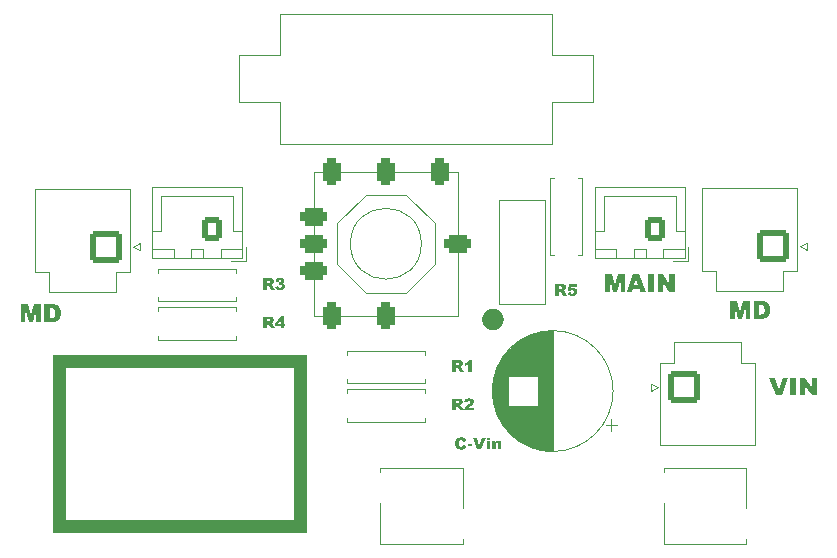
<source format=gbr>
%TF.GenerationSoftware,KiCad,Pcbnew,7.0.6*%
%TF.CreationDate,2024-02-11T15:29:09+09:00*%
%TF.ProjectId,PowerSupply_20240202,506f7765-7253-4757-9070-6c795f323032,rev?*%
%TF.SameCoordinates,Original*%
%TF.FileFunction,Legend,Top*%
%TF.FilePolarity,Positive*%
%FSLAX46Y46*%
G04 Gerber Fmt 4.6, Leading zero omitted, Abs format (unit mm)*
G04 Created by KiCad (PCBNEW 7.0.6) date 2024-02-11 15:29:09*
%MOMM*%
%LPD*%
G01*
G04 APERTURE LIST*
G04 Aperture macros list*
%AMRoundRect*
0 Rectangle with rounded corners*
0 $1 Rounding radius*
0 $2 $3 $4 $5 $6 $7 $8 $9 X,Y pos of 4 corners*
0 Add a 4 corners polygon primitive as box body*
4,1,4,$2,$3,$4,$5,$6,$7,$8,$9,$2,$3,0*
0 Add four circle primitives for the rounded corners*
1,1,$1+$1,$2,$3*
1,1,$1+$1,$4,$5*
1,1,$1+$1,$6,$7*
1,1,$1+$1,$8,$9*
0 Add four rect primitives between the rounded corners*
20,1,$1+$1,$2,$3,$4,$5,0*
20,1,$1+$1,$4,$5,$6,$7,0*
20,1,$1+$1,$6,$7,$8,$9,0*
20,1,$1+$1,$8,$9,$2,$3,0*%
G04 Aperture macros list end*
%ADD10C,0.150000*%
%ADD11C,0.120000*%
%ADD12C,1.675000*%
%ADD13C,1.600000*%
%ADD14O,1.600000X1.600000*%
%ADD15RoundRect,0.250001X-1.099999X-1.099999X1.099999X-1.099999X1.099999X1.099999X-1.099999X1.099999X0*%
%ADD16C,2.700000*%
%ADD17C,3.200000*%
%ADD18RoundRect,0.250001X1.099999X1.099999X-1.099999X1.099999X-1.099999X-1.099999X1.099999X-1.099999X0*%
%ADD19RoundRect,0.381000X-0.381000X0.762000X-0.381000X-0.762000X0.381000X-0.762000X0.381000X0.762000X0*%
%ADD20RoundRect,0.381000X0.762000X0.381000X-0.762000X0.381000X-0.762000X-0.381000X0.762000X-0.381000X0*%
%ADD21C,1.500000*%
%ADD22RoundRect,0.250000X0.600000X0.750000X-0.600000X0.750000X-0.600000X-0.750000X0.600000X-0.750000X0*%
%ADD23O,1.700000X2.000000*%
%ADD24R,2.000000X2.000000*%
%ADD25C,2.000000*%
%ADD26C,2.600000*%
%ADD27C,2.300000*%
G04 APERTURE END LIST*
D10*
G36*
X181818060Y-85997496D02*
G01*
X181864265Y-85998535D01*
X181909640Y-86001652D01*
X181954184Y-86006847D01*
X181997899Y-86014119D01*
X182040784Y-86023470D01*
X182082838Y-86034899D01*
X182124063Y-86048406D01*
X182164457Y-86063991D01*
X182204022Y-86081654D01*
X182242756Y-86101394D01*
X182280661Y-86123213D01*
X182317735Y-86147110D01*
X182353979Y-86173084D01*
X182389394Y-86201137D01*
X182423978Y-86231268D01*
X182457732Y-86263476D01*
X182490029Y-86297061D01*
X182520243Y-86331505D01*
X182548373Y-86366808D01*
X182574419Y-86402969D01*
X182598381Y-86439989D01*
X182620260Y-86477868D01*
X182640055Y-86516605D01*
X182657767Y-86556201D01*
X182673395Y-86596656D01*
X182686939Y-86637969D01*
X182698399Y-86680141D01*
X182707776Y-86723172D01*
X182715068Y-86767061D01*
X182720278Y-86811809D01*
X182723403Y-86857416D01*
X182724445Y-86903881D01*
X182723406Y-86950355D01*
X182720289Y-86995987D01*
X182715094Y-87040778D01*
X182707821Y-87084727D01*
X182698470Y-87127835D01*
X182687042Y-87170102D01*
X182673535Y-87211527D01*
X182657950Y-87252110D01*
X182640287Y-87291852D01*
X182620546Y-87330753D01*
X182598728Y-87368811D01*
X182574831Y-87406029D01*
X182548856Y-87442405D01*
X182520804Y-87477939D01*
X182490673Y-87512632D01*
X182458465Y-87546484D01*
X182424879Y-87578781D01*
X182390435Y-87608995D01*
X182355133Y-87637125D01*
X182318971Y-87663171D01*
X182281951Y-87687133D01*
X182244073Y-87709012D01*
X182205336Y-87728807D01*
X182165740Y-87746519D01*
X182125285Y-87762146D01*
X182083972Y-87775690D01*
X182041800Y-87787151D01*
X181998769Y-87796527D01*
X181954880Y-87803820D01*
X181910132Y-87809030D01*
X181864525Y-87812155D01*
X181818060Y-87813197D01*
X181771589Y-87812155D01*
X181725965Y-87809030D01*
X181681188Y-87803820D01*
X181637259Y-87796527D01*
X181594177Y-87787151D01*
X181551942Y-87775690D01*
X181510554Y-87762146D01*
X181470014Y-87746519D01*
X181430321Y-87728807D01*
X181391474Y-87709012D01*
X181353476Y-87687133D01*
X181316324Y-87663171D01*
X181280020Y-87637125D01*
X181244562Y-87608995D01*
X181209952Y-87578781D01*
X181176190Y-87546484D01*
X181143892Y-87512632D01*
X181113679Y-87477939D01*
X181085549Y-87442405D01*
X181059503Y-87406029D01*
X181035540Y-87368811D01*
X181013661Y-87330753D01*
X180993866Y-87291852D01*
X180976155Y-87252110D01*
X180960527Y-87211527D01*
X180946983Y-87170102D01*
X180935523Y-87127835D01*
X180926146Y-87084727D01*
X180918853Y-87040778D01*
X180913644Y-86995987D01*
X180910518Y-86950355D01*
X180909476Y-86903881D01*
X180910533Y-86855756D01*
X180913701Y-86808649D01*
X180918982Y-86762562D01*
X180926375Y-86717493D01*
X180935880Y-86673443D01*
X180947498Y-86630413D01*
X180961228Y-86588401D01*
X180977071Y-86547408D01*
X180995025Y-86507435D01*
X181015092Y-86468480D01*
X181037272Y-86430544D01*
X181061563Y-86393627D01*
X181087967Y-86357729D01*
X181116484Y-86322850D01*
X181147112Y-86288990D01*
X181179853Y-86256149D01*
X181214117Y-86224828D01*
X181249131Y-86195527D01*
X181284894Y-86168247D01*
X181321407Y-86142988D01*
X181358671Y-86119750D01*
X181396684Y-86098532D01*
X181435447Y-86079335D01*
X181474960Y-86062159D01*
X181515223Y-86047004D01*
X181556235Y-86033869D01*
X181597998Y-86022755D01*
X181640511Y-86013662D01*
X181683773Y-86006589D01*
X181727785Y-86001537D01*
X181772548Y-85998506D01*
X181818060Y-85997496D01*
G37*
G36*
X178882851Y-90364975D02*
G01*
X178900096Y-90365264D01*
X178916808Y-90365746D01*
X178932988Y-90366421D01*
X178948636Y-90367288D01*
X178963752Y-90368348D01*
X178978335Y-90369601D01*
X178992385Y-90371046D01*
X179005904Y-90372684D01*
X179018889Y-90374515D01*
X179031343Y-90376539D01*
X179043264Y-90378755D01*
X179054653Y-90381164D01*
X179065509Y-90383766D01*
X179075833Y-90386560D01*
X179085625Y-90389547D01*
X179095035Y-90392765D01*
X179104214Y-90396314D01*
X179117550Y-90402255D01*
X179130366Y-90408939D01*
X179142663Y-90416366D01*
X179154440Y-90424535D01*
X179165698Y-90433447D01*
X179176437Y-90443102D01*
X179186655Y-90453500D01*
X179193179Y-90460845D01*
X179199472Y-90468519D01*
X179205535Y-90476524D01*
X179208479Y-90480650D01*
X179214158Y-90489068D01*
X179219470Y-90497713D01*
X179224416Y-90506584D01*
X179228996Y-90515683D01*
X179233209Y-90525010D01*
X179237056Y-90534563D01*
X179240536Y-90544343D01*
X179243650Y-90554350D01*
X179246398Y-90564585D01*
X179248779Y-90575046D01*
X179250794Y-90585734D01*
X179252443Y-90596650D01*
X179253725Y-90607793D01*
X179254641Y-90619162D01*
X179255191Y-90630759D01*
X179255374Y-90642583D01*
X179255233Y-90652904D01*
X179254813Y-90663046D01*
X179254112Y-90673008D01*
X179253130Y-90682791D01*
X179251131Y-90697130D01*
X179248502Y-90711064D01*
X179245241Y-90724596D01*
X179241349Y-90737723D01*
X179236826Y-90750447D01*
X179231672Y-90762768D01*
X179225886Y-90774684D01*
X179219470Y-90786198D01*
X179212548Y-90797310D01*
X179205153Y-90808022D01*
X179197286Y-90818335D01*
X179188947Y-90828249D01*
X179180136Y-90837764D01*
X179170852Y-90846880D01*
X179161096Y-90855596D01*
X179150868Y-90863913D01*
X179140168Y-90871830D01*
X179128995Y-90879349D01*
X179121284Y-90884139D01*
X179110870Y-90889993D01*
X179099532Y-90895588D01*
X179090422Y-90899614D01*
X179080793Y-90903493D01*
X179070644Y-90907227D01*
X179059976Y-90910815D01*
X179048788Y-90914257D01*
X179037081Y-90917553D01*
X179024854Y-90920703D01*
X179012108Y-90923706D01*
X179022283Y-90927231D01*
X179031926Y-90930750D01*
X179043955Y-90935437D01*
X179055037Y-90940116D01*
X179065173Y-90944787D01*
X179074363Y-90949450D01*
X179084519Y-90955269D01*
X179093196Y-90961076D01*
X179101413Y-90967988D01*
X179109627Y-90976071D01*
X179117299Y-90984328D01*
X179123978Y-90991930D01*
X179131137Y-91000418D01*
X179138777Y-91009791D01*
X179142778Y-91014809D01*
X179150620Y-91024716D01*
X179157783Y-91034043D01*
X179164267Y-91042790D01*
X179170072Y-91050957D01*
X179176372Y-91060350D01*
X179181611Y-91068836D01*
X179186497Y-91077824D01*
X179336951Y-91365298D01*
X178985241Y-91365298D01*
X178819156Y-91059261D01*
X178813265Y-91048498D01*
X178807498Y-91038464D01*
X178801856Y-91029161D01*
X178796338Y-91020587D01*
X178789175Y-91010291D01*
X178782233Y-91001292D01*
X178775513Y-90993590D01*
X178767424Y-90985788D01*
X178762736Y-90982080D01*
X178754172Y-90976642D01*
X178745334Y-90971929D01*
X178736220Y-90967941D01*
X178726832Y-90964678D01*
X178717169Y-90962140D01*
X178707232Y-90960328D01*
X178697019Y-90959240D01*
X178686532Y-90958877D01*
X178658933Y-90958877D01*
X178658933Y-91365298D01*
X178346546Y-91365298D01*
X178346546Y-90568089D01*
X178658933Y-90568089D01*
X178658933Y-90771299D01*
X178790091Y-90771299D01*
X178801388Y-90770644D01*
X178811775Y-90769375D01*
X178821476Y-90767879D01*
X178832414Y-90765956D01*
X178844588Y-90763605D01*
X178854530Y-90761562D01*
X178865167Y-90759278D01*
X178872645Y-90757621D01*
X178883874Y-90754662D01*
X178894295Y-90750363D01*
X178903909Y-90744724D01*
X178912716Y-90737746D01*
X178920716Y-90729428D01*
X178923203Y-90726358D01*
X178928833Y-90718241D01*
X178934328Y-90708029D01*
X178938450Y-90697301D01*
X178941197Y-90686059D01*
X178942438Y-90676296D01*
X178942743Y-90668228D01*
X178942258Y-90656489D01*
X178940804Y-90645453D01*
X178938381Y-90635118D01*
X178934988Y-90625486D01*
X178930626Y-90616556D01*
X178925295Y-90608328D01*
X178918994Y-90600802D01*
X178911724Y-90593979D01*
X178903179Y-90587911D01*
X178892933Y-90582652D01*
X178880984Y-90578202D01*
X178870905Y-90575396D01*
X178859869Y-90573044D01*
X178847876Y-90571148D01*
X178834925Y-90569707D01*
X178821017Y-90568721D01*
X178811213Y-90568316D01*
X178800983Y-90568114D01*
X178795709Y-90568089D01*
X178658933Y-90568089D01*
X178346546Y-90568089D01*
X178346546Y-90364879D01*
X178865074Y-90364879D01*
X178882851Y-90364975D01*
G37*
G36*
X180019365Y-90349247D02*
G01*
X180019365Y-91365298D01*
X179736288Y-91365298D01*
X179736288Y-90699980D01*
X179727726Y-90706556D01*
X179719199Y-90712974D01*
X179710705Y-90719234D01*
X179702247Y-90725335D01*
X179693822Y-90731278D01*
X179685432Y-90737063D01*
X179677076Y-90742689D01*
X179668755Y-90748157D01*
X179660468Y-90753466D01*
X179648101Y-90761133D01*
X179635813Y-90768444D01*
X179623601Y-90775399D01*
X179611466Y-90781997D01*
X179603420Y-90786198D01*
X179591090Y-90792356D01*
X179578189Y-90798468D01*
X179569272Y-90802516D01*
X179560100Y-90806543D01*
X179550675Y-90810549D01*
X179540996Y-90814535D01*
X179531063Y-90818499D01*
X179520876Y-90822442D01*
X179510436Y-90826364D01*
X179499742Y-90830265D01*
X179488794Y-90834146D01*
X179477592Y-90838005D01*
X179466136Y-90841843D01*
X179454427Y-90845660D01*
X179442464Y-90849457D01*
X179442464Y-90614983D01*
X179460074Y-90609264D01*
X179477184Y-90603401D01*
X179493795Y-90597395D01*
X179509905Y-90591246D01*
X179525516Y-90584954D01*
X179540626Y-90578519D01*
X179555237Y-90571940D01*
X179569348Y-90565219D01*
X179582959Y-90558354D01*
X179596070Y-90551347D01*
X179608681Y-90544196D01*
X179620792Y-90536902D01*
X179632403Y-90529465D01*
X179643514Y-90521885D01*
X179654125Y-90514162D01*
X179664236Y-90506295D01*
X179673964Y-90498212D01*
X179683425Y-90489897D01*
X179692618Y-90481351D01*
X179701544Y-90472575D01*
X179710204Y-90463567D01*
X179718596Y-90454329D01*
X179726720Y-90444860D01*
X179734578Y-90435160D01*
X179742169Y-90425229D01*
X179749492Y-90415067D01*
X179756549Y-90404674D01*
X179763338Y-90394051D01*
X179769860Y-90383196D01*
X179776115Y-90372111D01*
X179782103Y-90360794D01*
X179787823Y-90349247D01*
X180019365Y-90349247D01*
G37*
G36*
X162882851Y-83414975D02*
G01*
X162900096Y-83415264D01*
X162916808Y-83415746D01*
X162932988Y-83416421D01*
X162948636Y-83417288D01*
X162963752Y-83418348D01*
X162978335Y-83419601D01*
X162992385Y-83421046D01*
X163005904Y-83422684D01*
X163018889Y-83424515D01*
X163031343Y-83426539D01*
X163043264Y-83428755D01*
X163054653Y-83431164D01*
X163065509Y-83433766D01*
X163075833Y-83436560D01*
X163085625Y-83439547D01*
X163095035Y-83442765D01*
X163104214Y-83446314D01*
X163117550Y-83452255D01*
X163130366Y-83458939D01*
X163142663Y-83466366D01*
X163154440Y-83474535D01*
X163165698Y-83483447D01*
X163176437Y-83493102D01*
X163186655Y-83503500D01*
X163193179Y-83510845D01*
X163199472Y-83518519D01*
X163205535Y-83526524D01*
X163208479Y-83530650D01*
X163214158Y-83539068D01*
X163219470Y-83547713D01*
X163224416Y-83556584D01*
X163228996Y-83565683D01*
X163233209Y-83575010D01*
X163237056Y-83584563D01*
X163240536Y-83594343D01*
X163243650Y-83604350D01*
X163246398Y-83614585D01*
X163248779Y-83625046D01*
X163250794Y-83635734D01*
X163252443Y-83646650D01*
X163253725Y-83657793D01*
X163254641Y-83669162D01*
X163255191Y-83680759D01*
X163255374Y-83692583D01*
X163255233Y-83702904D01*
X163254813Y-83713046D01*
X163254112Y-83723008D01*
X163253130Y-83732791D01*
X163251131Y-83747130D01*
X163248502Y-83761064D01*
X163245241Y-83774596D01*
X163241349Y-83787723D01*
X163236826Y-83800447D01*
X163231672Y-83812768D01*
X163225886Y-83824684D01*
X163219470Y-83836198D01*
X163212548Y-83847310D01*
X163205153Y-83858022D01*
X163197286Y-83868335D01*
X163188947Y-83878249D01*
X163180136Y-83887764D01*
X163170852Y-83896880D01*
X163161096Y-83905596D01*
X163150868Y-83913913D01*
X163140168Y-83921830D01*
X163128995Y-83929349D01*
X163121284Y-83934139D01*
X163110870Y-83939993D01*
X163099532Y-83945588D01*
X163090422Y-83949614D01*
X163080793Y-83953493D01*
X163070644Y-83957227D01*
X163059976Y-83960815D01*
X163048788Y-83964257D01*
X163037081Y-83967553D01*
X163024854Y-83970703D01*
X163012108Y-83973706D01*
X163022283Y-83977231D01*
X163031926Y-83980750D01*
X163043955Y-83985437D01*
X163055037Y-83990116D01*
X163065173Y-83994787D01*
X163074363Y-83999450D01*
X163084519Y-84005269D01*
X163093196Y-84011076D01*
X163101413Y-84017988D01*
X163109627Y-84026071D01*
X163117299Y-84034328D01*
X163123978Y-84041930D01*
X163131137Y-84050418D01*
X163138777Y-84059791D01*
X163142778Y-84064809D01*
X163150620Y-84074716D01*
X163157783Y-84084043D01*
X163164267Y-84092790D01*
X163170072Y-84100957D01*
X163176372Y-84110350D01*
X163181611Y-84118836D01*
X163186497Y-84127824D01*
X163336951Y-84415298D01*
X162985241Y-84415298D01*
X162819156Y-84109261D01*
X162813265Y-84098498D01*
X162807498Y-84088464D01*
X162801856Y-84079161D01*
X162796338Y-84070587D01*
X162789175Y-84060291D01*
X162782233Y-84051292D01*
X162775513Y-84043590D01*
X162767424Y-84035788D01*
X162762736Y-84032080D01*
X162754172Y-84026642D01*
X162745334Y-84021929D01*
X162736220Y-84017941D01*
X162726832Y-84014678D01*
X162717169Y-84012140D01*
X162707232Y-84010328D01*
X162697019Y-84009240D01*
X162686532Y-84008877D01*
X162658933Y-84008877D01*
X162658933Y-84415298D01*
X162346546Y-84415298D01*
X162346546Y-83618089D01*
X162658933Y-83618089D01*
X162658933Y-83821299D01*
X162790091Y-83821299D01*
X162801388Y-83820644D01*
X162811775Y-83819375D01*
X162821476Y-83817879D01*
X162832414Y-83815956D01*
X162844588Y-83813605D01*
X162854530Y-83811562D01*
X162865167Y-83809278D01*
X162872645Y-83807621D01*
X162883874Y-83804662D01*
X162894295Y-83800363D01*
X162903909Y-83794724D01*
X162912716Y-83787746D01*
X162920716Y-83779428D01*
X162923203Y-83776358D01*
X162928833Y-83768241D01*
X162934328Y-83758029D01*
X162938450Y-83747301D01*
X162941197Y-83736059D01*
X162942438Y-83726296D01*
X162942743Y-83718228D01*
X162942258Y-83706489D01*
X162940804Y-83695453D01*
X162938381Y-83685118D01*
X162934988Y-83675486D01*
X162930626Y-83666556D01*
X162925295Y-83658328D01*
X162918994Y-83650802D01*
X162911724Y-83643979D01*
X162903179Y-83637911D01*
X162892933Y-83632652D01*
X162880984Y-83628202D01*
X162870905Y-83625396D01*
X162859869Y-83623044D01*
X162847876Y-83621148D01*
X162834925Y-83619707D01*
X162821017Y-83618721D01*
X162811213Y-83618316D01*
X162800983Y-83618114D01*
X162795709Y-83618089D01*
X162658933Y-83618089D01*
X162346546Y-83618089D01*
X162346546Y-83414879D01*
X162865074Y-83414879D01*
X162882851Y-83414975D01*
G37*
G36*
X163656665Y-83711878D02*
G01*
X163392150Y-83667914D01*
X163396509Y-83651880D01*
X163401343Y-83636323D01*
X163406653Y-83621243D01*
X163412437Y-83606640D01*
X163418697Y-83592514D01*
X163425432Y-83578865D01*
X163432642Y-83565693D01*
X163440327Y-83552998D01*
X163448487Y-83540780D01*
X163457122Y-83529039D01*
X163466233Y-83517776D01*
X163475818Y-83506989D01*
X163485879Y-83496679D01*
X163496415Y-83486846D01*
X163507426Y-83477491D01*
X163518912Y-83468612D01*
X163530940Y-83460213D01*
X163543576Y-83452355D01*
X163556822Y-83445039D01*
X163570676Y-83438265D01*
X163585139Y-83432033D01*
X163600210Y-83426343D01*
X163615890Y-83421195D01*
X163632179Y-83416588D01*
X163649077Y-83412524D01*
X163666583Y-83409002D01*
X163684698Y-83406021D01*
X163703422Y-83403583D01*
X163722754Y-83401686D01*
X163732649Y-83400941D01*
X163742695Y-83400331D01*
X163752894Y-83399857D01*
X163763245Y-83399518D01*
X163773748Y-83399315D01*
X163784404Y-83399247D01*
X163796631Y-83399317D01*
X163808645Y-83399526D01*
X163820445Y-83399874D01*
X163832031Y-83400362D01*
X163843404Y-83400988D01*
X163854563Y-83401755D01*
X163865508Y-83402660D01*
X163876239Y-83403705D01*
X163886757Y-83404889D01*
X163897061Y-83406212D01*
X163907151Y-83407675D01*
X163917028Y-83409276D01*
X163926690Y-83411018D01*
X163945375Y-83414918D01*
X163963205Y-83419375D01*
X163980180Y-83424390D01*
X163996300Y-83429962D01*
X164011565Y-83436091D01*
X164025975Y-83442777D01*
X164039531Y-83450020D01*
X164052231Y-83457821D01*
X164064077Y-83466178D01*
X164069679Y-83470566D01*
X164080327Y-83479595D01*
X164090287Y-83488911D01*
X164099561Y-83498516D01*
X164108148Y-83508409D01*
X164116047Y-83518589D01*
X164123260Y-83529059D01*
X164129786Y-83539816D01*
X164135625Y-83550861D01*
X164140777Y-83562194D01*
X164145242Y-83573816D01*
X164149020Y-83585726D01*
X164152111Y-83597924D01*
X164154516Y-83610410D01*
X164156233Y-83623184D01*
X164157263Y-83636246D01*
X164157607Y-83649596D01*
X164157291Y-83661308D01*
X164156345Y-83672815D01*
X164154767Y-83684115D01*
X164152558Y-83695209D01*
X164149718Y-83706096D01*
X164146247Y-83716778D01*
X164142144Y-83727254D01*
X164137411Y-83737524D01*
X164132046Y-83747587D01*
X164126051Y-83757445D01*
X164121703Y-83763902D01*
X164114697Y-83773407D01*
X164107051Y-83782689D01*
X164098766Y-83791748D01*
X164089841Y-83800584D01*
X164080276Y-83809196D01*
X164070072Y-83817586D01*
X164059227Y-83825752D01*
X164047743Y-83833694D01*
X164035620Y-83841414D01*
X164027182Y-83846436D01*
X164018460Y-83851359D01*
X164013992Y-83853783D01*
X164024695Y-83856572D01*
X164034912Y-83859442D01*
X164044644Y-83862393D01*
X164056866Y-83866456D01*
X164068225Y-83870663D01*
X164078722Y-83875016D01*
X164088356Y-83879513D01*
X164097128Y-83884156D01*
X164103141Y-83887733D01*
X164112333Y-83893769D01*
X164121135Y-83900152D01*
X164129547Y-83906883D01*
X164137567Y-83913962D01*
X164145197Y-83921389D01*
X164152437Y-83929164D01*
X164159285Y-83937286D01*
X164165743Y-83945756D01*
X164171810Y-83954574D01*
X164177487Y-83963739D01*
X164181054Y-83970043D01*
X164186030Y-83979742D01*
X164190517Y-83989789D01*
X164194514Y-84000184D01*
X164198021Y-84010927D01*
X164201040Y-84022017D01*
X164203568Y-84033455D01*
X164205608Y-84045241D01*
X164207158Y-84057375D01*
X164208218Y-84069856D01*
X164208789Y-84082685D01*
X164208898Y-84091431D01*
X164208717Y-84102486D01*
X164208177Y-84113486D01*
X164207275Y-84124430D01*
X164206013Y-84135319D01*
X164204390Y-84146152D01*
X164202406Y-84156931D01*
X164200062Y-84167653D01*
X164197357Y-84178321D01*
X164194292Y-84188933D01*
X164190866Y-84199490D01*
X164187079Y-84209991D01*
X164182932Y-84220438D01*
X164178424Y-84230828D01*
X164173555Y-84241164D01*
X164168326Y-84251444D01*
X164162736Y-84261669D01*
X164156838Y-84271689D01*
X164150623Y-84281418D01*
X164144091Y-84290855D01*
X164137243Y-84300000D01*
X164130078Y-84308852D01*
X164122596Y-84317413D01*
X164114798Y-84325682D01*
X164106682Y-84333659D01*
X164098250Y-84341344D01*
X164089501Y-84348738D01*
X164080436Y-84355839D01*
X164071053Y-84362648D01*
X164061354Y-84369165D01*
X164051338Y-84375391D01*
X164041006Y-84381324D01*
X164030356Y-84386965D01*
X164019336Y-84392289D01*
X164007890Y-84397269D01*
X163996018Y-84401906D01*
X163983721Y-84406199D01*
X163970999Y-84410149D01*
X163957851Y-84413756D01*
X163944277Y-84417019D01*
X163930278Y-84419938D01*
X163915853Y-84422514D01*
X163901003Y-84424747D01*
X163885727Y-84426636D01*
X163870026Y-84428181D01*
X163853899Y-84429383D01*
X163837347Y-84430242D01*
X163820369Y-84430757D01*
X163802966Y-84430929D01*
X163786034Y-84430804D01*
X163769555Y-84430429D01*
X163753527Y-84429804D01*
X163737952Y-84428929D01*
X163722829Y-84427804D01*
X163708158Y-84426430D01*
X163693939Y-84424805D01*
X163680173Y-84422930D01*
X163666859Y-84420805D01*
X163653997Y-84418431D01*
X163641588Y-84415806D01*
X163629630Y-84412931D01*
X163618125Y-84409807D01*
X163607072Y-84406432D01*
X163596471Y-84402808D01*
X163586323Y-84398933D01*
X163576510Y-84394788D01*
X163566917Y-84390411D01*
X163557543Y-84385804D01*
X163548389Y-84380966D01*
X163539454Y-84375897D01*
X163530738Y-84370597D01*
X163522242Y-84365066D01*
X163513966Y-84359305D01*
X163505909Y-84353312D01*
X163498071Y-84347089D01*
X163490453Y-84340635D01*
X163483054Y-84333949D01*
X163475874Y-84327033D01*
X163468915Y-84319886D01*
X163462174Y-84312508D01*
X163455653Y-84304900D01*
X163449365Y-84297022D01*
X163443261Y-84288898D01*
X163437343Y-84280528D01*
X163431610Y-84271912D01*
X163426062Y-84263049D01*
X163420699Y-84253941D01*
X163415522Y-84244586D01*
X163410529Y-84234985D01*
X163405721Y-84225138D01*
X163401099Y-84215045D01*
X163396662Y-84204706D01*
X163392409Y-84194120D01*
X163388342Y-84183289D01*
X163384460Y-84172211D01*
X163380763Y-84160887D01*
X163377251Y-84149317D01*
X163656665Y-84118298D01*
X163659894Y-84131153D01*
X163663445Y-84143248D01*
X163667319Y-84154583D01*
X163671514Y-84165158D01*
X163676031Y-84174974D01*
X163680871Y-84184029D01*
X163686032Y-84192325D01*
X163693414Y-84202203D01*
X163701370Y-84210731D01*
X163707711Y-84216240D01*
X163716733Y-84222594D01*
X163726335Y-84228101D01*
X163736517Y-84232760D01*
X163747279Y-84236573D01*
X163758621Y-84239538D01*
X163770543Y-84241656D01*
X163783045Y-84242927D01*
X163796127Y-84243351D01*
X163806495Y-84243009D01*
X163816532Y-84241985D01*
X163826239Y-84240279D01*
X163838666Y-84236941D01*
X163850507Y-84232390D01*
X163861759Y-84226626D01*
X163872423Y-84219648D01*
X163882500Y-84211456D01*
X163889672Y-84204516D01*
X163896394Y-84196963D01*
X163902455Y-84188960D01*
X163907855Y-84180505D01*
X163912593Y-84171600D01*
X163916670Y-84162244D01*
X163920086Y-84152438D01*
X163922841Y-84142180D01*
X163924935Y-84131472D01*
X163926368Y-84120313D01*
X163927139Y-84108703D01*
X163927286Y-84100713D01*
X163926968Y-84088566D01*
X163926015Y-84076948D01*
X163924426Y-84065857D01*
X163922203Y-84055295D01*
X163919343Y-84045261D01*
X163915848Y-84035755D01*
X163911718Y-84026777D01*
X163905223Y-84015627D01*
X163897598Y-84005417D01*
X163891138Y-83998375D01*
X163881757Y-83989846D01*
X163871568Y-83982453D01*
X163860569Y-83976198D01*
X163848762Y-83971081D01*
X163839375Y-83967989D01*
X163829533Y-83965537D01*
X163819237Y-83963724D01*
X163808485Y-83962551D01*
X163797278Y-83962018D01*
X163793441Y-83961983D01*
X163782534Y-83962364D01*
X163770424Y-83963509D01*
X163759868Y-83964975D01*
X163748541Y-83966929D01*
X163736443Y-83969371D01*
X163726864Y-83971524D01*
X163716852Y-83973951D01*
X163706405Y-83976653D01*
X163702827Y-83977614D01*
X163717237Y-83771473D01*
X163726993Y-83772615D01*
X163736911Y-83773577D01*
X163747463Y-83774264D01*
X163753629Y-83774404D01*
X163763772Y-83774140D01*
X163773593Y-83773348D01*
X163786187Y-83771470D01*
X163798208Y-83768654D01*
X163809657Y-83764899D01*
X163820534Y-83760205D01*
X163830838Y-83754572D01*
X163840569Y-83748000D01*
X163845220Y-83744362D01*
X163853864Y-83736680D01*
X163861356Y-83728655D01*
X163867694Y-83720285D01*
X163872881Y-83711573D01*
X163876915Y-83702517D01*
X163879796Y-83693117D01*
X163881525Y-83683374D01*
X163882101Y-83673288D01*
X163881427Y-83661387D01*
X163879406Y-83650261D01*
X163876037Y-83639911D01*
X163871320Y-83630335D01*
X163865256Y-83621535D01*
X163857844Y-83613510D01*
X163854501Y-83610517D01*
X163845446Y-83603692D01*
X163835377Y-83598024D01*
X163824294Y-83593512D01*
X163814698Y-83590736D01*
X163804453Y-83588700D01*
X163793560Y-83587404D01*
X163782017Y-83586849D01*
X163779030Y-83586826D01*
X163766925Y-83587261D01*
X163755400Y-83588566D01*
X163744455Y-83590741D01*
X163734090Y-83593787D01*
X163724305Y-83597702D01*
X163715100Y-83602488D01*
X163706475Y-83608144D01*
X163698430Y-83614669D01*
X163691046Y-83622226D01*
X163684279Y-83631095D01*
X163678131Y-83641277D01*
X163672602Y-83652771D01*
X163668860Y-83662254D01*
X163665466Y-83672475D01*
X163662420Y-83683434D01*
X163659722Y-83695132D01*
X163657371Y-83707569D01*
X163656665Y-83711878D01*
G37*
G36*
X205186595Y-91846469D02*
G01*
X205674958Y-91846469D01*
X206014944Y-92926511D01*
X206349801Y-91846469D01*
X206823877Y-91846469D01*
X206263339Y-93347098D01*
X205757390Y-93347098D01*
X205186595Y-91846469D01*
G37*
G36*
X206987275Y-91846469D02*
G01*
X207454756Y-91846469D01*
X207454756Y-93347098D01*
X206987275Y-93347098D01*
X206987275Y-91846469D01*
G37*
G36*
X207787781Y-91846469D02*
G01*
X208223754Y-91846469D01*
X208792718Y-92692038D01*
X208792718Y-91846469D01*
X209232355Y-91846469D01*
X209232355Y-93347098D01*
X208792718Y-93347098D01*
X208226685Y-92505925D01*
X208226685Y-93347098D01*
X207787781Y-93347098D01*
X207787781Y-91846469D01*
G37*
G36*
X201900068Y-85346469D02*
G01*
X202514095Y-85346469D01*
X202751132Y-86255786D01*
X202987071Y-85346469D01*
X203599266Y-85346469D01*
X203599266Y-86847098D01*
X203217880Y-86847098D01*
X203217880Y-85695248D01*
X202922224Y-86847098D01*
X202577109Y-86847098D01*
X202282186Y-85695248D01*
X202282186Y-86847098D01*
X201900068Y-86847098D01*
X201900068Y-85346469D01*
G37*
G36*
X204611544Y-85346686D02*
G01*
X204636225Y-85347334D01*
X204660294Y-85348414D01*
X204683750Y-85349927D01*
X204706593Y-85351872D01*
X204728824Y-85354249D01*
X204750442Y-85357058D01*
X204771448Y-85360300D01*
X204791841Y-85363973D01*
X204811622Y-85368079D01*
X204830791Y-85372617D01*
X204849346Y-85377588D01*
X204867290Y-85382990D01*
X204884620Y-85388825D01*
X204901339Y-85395091D01*
X204917444Y-85401790D01*
X204933072Y-85408893D01*
X204948356Y-85416371D01*
X204963297Y-85424223D01*
X204977894Y-85432451D01*
X204992148Y-85441053D01*
X205006059Y-85450030D01*
X205019626Y-85459383D01*
X205032849Y-85469110D01*
X205045729Y-85479212D01*
X205058266Y-85489689D01*
X205070459Y-85500541D01*
X205082308Y-85511768D01*
X205093814Y-85523370D01*
X205104977Y-85535347D01*
X205115796Y-85547699D01*
X205126272Y-85560426D01*
X205136398Y-85573474D01*
X205146170Y-85586787D01*
X205155587Y-85600367D01*
X205164649Y-85614213D01*
X205173355Y-85628325D01*
X205181707Y-85642704D01*
X205189704Y-85657348D01*
X205197347Y-85672259D01*
X205204634Y-85687436D01*
X205211566Y-85702879D01*
X205218143Y-85718588D01*
X205224366Y-85734564D01*
X205230233Y-85750805D01*
X205235746Y-85767313D01*
X205240904Y-85784087D01*
X205245707Y-85801128D01*
X205250187Y-85818319D01*
X205254379Y-85835640D01*
X205258282Y-85853090D01*
X205261895Y-85870668D01*
X205265220Y-85888375D01*
X205268255Y-85906211D01*
X205271002Y-85924176D01*
X205273459Y-85942269D01*
X205275627Y-85960492D01*
X205277506Y-85978843D01*
X205279096Y-85997323D01*
X205280397Y-86015931D01*
X205281409Y-86034669D01*
X205282131Y-86053535D01*
X205282565Y-86072530D01*
X205282709Y-86091654D01*
X205282655Y-86106593D01*
X205282493Y-86121320D01*
X205281845Y-86150141D01*
X205280765Y-86178118D01*
X205279252Y-86205250D01*
X205277307Y-86231538D01*
X205274930Y-86256982D01*
X205272121Y-86281581D01*
X205268879Y-86305336D01*
X205265206Y-86328247D01*
X205261100Y-86350313D01*
X205256562Y-86371535D01*
X205251591Y-86391913D01*
X205246189Y-86411446D01*
X205240354Y-86430135D01*
X205234087Y-86447979D01*
X205227388Y-86464980D01*
X205220352Y-86481346D01*
X205212980Y-86497380D01*
X205205273Y-86513082D01*
X205197232Y-86528452D01*
X205188856Y-86543490D01*
X205180145Y-86558196D01*
X205171099Y-86572570D01*
X205161718Y-86586613D01*
X205152002Y-86600323D01*
X205141951Y-86613701D01*
X205131566Y-86626747D01*
X205120845Y-86639461D01*
X205109790Y-86651843D01*
X205098400Y-86663892D01*
X205086674Y-86675610D01*
X205074615Y-86686996D01*
X205062330Y-86697937D01*
X205049931Y-86708411D01*
X205037417Y-86718419D01*
X205024789Y-86727960D01*
X205012046Y-86737035D01*
X204999189Y-86745643D01*
X204986218Y-86753785D01*
X204973132Y-86761460D01*
X204959931Y-86768668D01*
X204946616Y-86775410D01*
X204933186Y-86781686D01*
X204919642Y-86787495D01*
X204905984Y-86792837D01*
X204885281Y-86799976D01*
X204864321Y-86806065D01*
X204845246Y-86811034D01*
X204826397Y-86815682D01*
X204807774Y-86820009D01*
X204789377Y-86824017D01*
X204771206Y-86827703D01*
X204753262Y-86831069D01*
X204735543Y-86834114D01*
X204718051Y-86836839D01*
X204700784Y-86839244D01*
X204683744Y-86841327D01*
X204666930Y-86843090D01*
X204650342Y-86844533D01*
X204633980Y-86845655D01*
X204617844Y-86846456D01*
X204601934Y-86846937D01*
X204586251Y-86847098D01*
X203892723Y-86847098D01*
X203892723Y-85698179D01*
X204359471Y-85698179D01*
X204359471Y-86495388D01*
X204473777Y-86495388D01*
X204491720Y-86495266D01*
X204509005Y-86494901D01*
X204525632Y-86494293D01*
X204541600Y-86493441D01*
X204556910Y-86492347D01*
X204571562Y-86491009D01*
X204592305Y-86488545D01*
X204611567Y-86485535D01*
X204629348Y-86481977D01*
X204645648Y-86477871D01*
X204660466Y-86473218D01*
X204677920Y-86466163D01*
X204681872Y-86464247D01*
X204696927Y-86455643D01*
X204711135Y-86445585D01*
X204724496Y-86434073D01*
X204737010Y-86421107D01*
X204748676Y-86406688D01*
X204759495Y-86390814D01*
X204767054Y-86377954D01*
X204774136Y-86364277D01*
X204778592Y-86354704D01*
X204784878Y-86339153D01*
X204790545Y-86321903D01*
X204795594Y-86302952D01*
X204800025Y-86282301D01*
X204802635Y-86267589D01*
X204804970Y-86252122D01*
X204807031Y-86235899D01*
X204808817Y-86218920D01*
X204810329Y-86201186D01*
X204811565Y-86182696D01*
X204812527Y-86163450D01*
X204813214Y-86143449D01*
X204813626Y-86122692D01*
X204813763Y-86101180D01*
X204813457Y-86072764D01*
X204812538Y-86045492D01*
X204811007Y-86019366D01*
X204808863Y-85994385D01*
X204806107Y-85970548D01*
X204802738Y-85947856D01*
X204798757Y-85926310D01*
X204794163Y-85905908D01*
X204788956Y-85886651D01*
X204783137Y-85868539D01*
X204776706Y-85851571D01*
X204769662Y-85835749D01*
X204762006Y-85821071D01*
X204753737Y-85807539D01*
X204744855Y-85795151D01*
X204735361Y-85783908D01*
X204719822Y-85768588D01*
X204708453Y-85759211D01*
X204696277Y-85750504D01*
X204683294Y-85742467D01*
X204669504Y-85735100D01*
X204654906Y-85728402D01*
X204639502Y-85722374D01*
X204623290Y-85717016D01*
X204606271Y-85712328D01*
X204588446Y-85708309D01*
X204569813Y-85704960D01*
X204550372Y-85702281D01*
X204530125Y-85700272D01*
X204509070Y-85698933D01*
X204487209Y-85698263D01*
X204475975Y-85698179D01*
X204359471Y-85698179D01*
X203892723Y-85698179D01*
X203892723Y-85346469D01*
X204586251Y-85346469D01*
X204611544Y-85346686D01*
G37*
G36*
X178882851Y-93614975D02*
G01*
X178900096Y-93615264D01*
X178916808Y-93615746D01*
X178932988Y-93616421D01*
X178948636Y-93617288D01*
X178963752Y-93618348D01*
X178978335Y-93619601D01*
X178992385Y-93621046D01*
X179005904Y-93622684D01*
X179018889Y-93624515D01*
X179031343Y-93626539D01*
X179043264Y-93628755D01*
X179054653Y-93631164D01*
X179065509Y-93633766D01*
X179075833Y-93636560D01*
X179085625Y-93639547D01*
X179095035Y-93642765D01*
X179104214Y-93646314D01*
X179117550Y-93652255D01*
X179130366Y-93658939D01*
X179142663Y-93666366D01*
X179154440Y-93674535D01*
X179165698Y-93683447D01*
X179176437Y-93693102D01*
X179186655Y-93703500D01*
X179193179Y-93710845D01*
X179199472Y-93718519D01*
X179205535Y-93726524D01*
X179208479Y-93730650D01*
X179214158Y-93739068D01*
X179219470Y-93747713D01*
X179224416Y-93756584D01*
X179228996Y-93765683D01*
X179233209Y-93775010D01*
X179237056Y-93784563D01*
X179240536Y-93794343D01*
X179243650Y-93804350D01*
X179246398Y-93814585D01*
X179248779Y-93825046D01*
X179250794Y-93835734D01*
X179252443Y-93846650D01*
X179253725Y-93857793D01*
X179254641Y-93869162D01*
X179255191Y-93880759D01*
X179255374Y-93892583D01*
X179255233Y-93902904D01*
X179254813Y-93913046D01*
X179254112Y-93923008D01*
X179253130Y-93932791D01*
X179251131Y-93947130D01*
X179248502Y-93961064D01*
X179245241Y-93974596D01*
X179241349Y-93987723D01*
X179236826Y-94000447D01*
X179231672Y-94012768D01*
X179225886Y-94024684D01*
X179219470Y-94036198D01*
X179212548Y-94047310D01*
X179205153Y-94058022D01*
X179197286Y-94068335D01*
X179188947Y-94078249D01*
X179180136Y-94087764D01*
X179170852Y-94096880D01*
X179161096Y-94105596D01*
X179150868Y-94113913D01*
X179140168Y-94121830D01*
X179128995Y-94129349D01*
X179121284Y-94134139D01*
X179110870Y-94139993D01*
X179099532Y-94145588D01*
X179090422Y-94149614D01*
X179080793Y-94153493D01*
X179070644Y-94157227D01*
X179059976Y-94160815D01*
X179048788Y-94164257D01*
X179037081Y-94167553D01*
X179024854Y-94170703D01*
X179012108Y-94173706D01*
X179022283Y-94177231D01*
X179031926Y-94180750D01*
X179043955Y-94185437D01*
X179055037Y-94190116D01*
X179065173Y-94194787D01*
X179074363Y-94199450D01*
X179084519Y-94205269D01*
X179093196Y-94211076D01*
X179101413Y-94217988D01*
X179109627Y-94226071D01*
X179117299Y-94234328D01*
X179123978Y-94241930D01*
X179131137Y-94250418D01*
X179138777Y-94259791D01*
X179142778Y-94264809D01*
X179150620Y-94274716D01*
X179157783Y-94284043D01*
X179164267Y-94292790D01*
X179170072Y-94300957D01*
X179176372Y-94310350D01*
X179181611Y-94318836D01*
X179186497Y-94327824D01*
X179336951Y-94615298D01*
X178985241Y-94615298D01*
X178819156Y-94309261D01*
X178813265Y-94298498D01*
X178807498Y-94288464D01*
X178801856Y-94279161D01*
X178796338Y-94270587D01*
X178789175Y-94260291D01*
X178782233Y-94251292D01*
X178775513Y-94243590D01*
X178767424Y-94235788D01*
X178762736Y-94232080D01*
X178754172Y-94226642D01*
X178745334Y-94221929D01*
X178736220Y-94217941D01*
X178726832Y-94214678D01*
X178717169Y-94212140D01*
X178707232Y-94210328D01*
X178697019Y-94209240D01*
X178686532Y-94208877D01*
X178658933Y-94208877D01*
X178658933Y-94615298D01*
X178346546Y-94615298D01*
X178346546Y-93818089D01*
X178658933Y-93818089D01*
X178658933Y-94021299D01*
X178790091Y-94021299D01*
X178801388Y-94020644D01*
X178811775Y-94019375D01*
X178821476Y-94017879D01*
X178832414Y-94015956D01*
X178844588Y-94013605D01*
X178854530Y-94011562D01*
X178865167Y-94009278D01*
X178872645Y-94007621D01*
X178883874Y-94004662D01*
X178894295Y-94000363D01*
X178903909Y-93994724D01*
X178912716Y-93987746D01*
X178920716Y-93979428D01*
X178923203Y-93976358D01*
X178928833Y-93968241D01*
X178934328Y-93958029D01*
X178938450Y-93947301D01*
X178941197Y-93936059D01*
X178942438Y-93926296D01*
X178942743Y-93918228D01*
X178942258Y-93906489D01*
X178940804Y-93895453D01*
X178938381Y-93885118D01*
X178934988Y-93875486D01*
X178930626Y-93866556D01*
X178925295Y-93858328D01*
X178918994Y-93850802D01*
X178911724Y-93843979D01*
X178903179Y-93837911D01*
X178892933Y-93832652D01*
X178880984Y-93828202D01*
X178870905Y-93825396D01*
X178859869Y-93823044D01*
X178847876Y-93821148D01*
X178834925Y-93819707D01*
X178821017Y-93818721D01*
X178811213Y-93818316D01*
X178800983Y-93818114D01*
X178795709Y-93818089D01*
X178658933Y-93818089D01*
X178346546Y-93818089D01*
X178346546Y-93614879D01*
X178865074Y-93614879D01*
X178882851Y-93614975D01*
G37*
G36*
X180204257Y-94615298D02*
G01*
X179364795Y-94615298D01*
X179366825Y-94599633D01*
X179369313Y-94584084D01*
X179372259Y-94568652D01*
X179375663Y-94553336D01*
X179379525Y-94538137D01*
X179383845Y-94523054D01*
X179388623Y-94508087D01*
X179393859Y-94493237D01*
X179399553Y-94478503D01*
X179405705Y-94463886D01*
X179412315Y-94449385D01*
X179419383Y-94435000D01*
X179426909Y-94420732D01*
X179434892Y-94406581D01*
X179443334Y-94392545D01*
X179452233Y-94378626D01*
X179461893Y-94364597D01*
X179472551Y-94350290D01*
X179484210Y-94335707D01*
X179496869Y-94320847D01*
X179503573Y-94313314D01*
X179510527Y-94305711D01*
X179517732Y-94298039D01*
X179525186Y-94290298D01*
X179532890Y-94282488D01*
X179540844Y-94274608D01*
X179549048Y-94266660D01*
X179557502Y-94258642D01*
X179566206Y-94250555D01*
X179575160Y-94242399D01*
X179584364Y-94234173D01*
X179593818Y-94225879D01*
X179603522Y-94217515D01*
X179613476Y-94209083D01*
X179623680Y-94200581D01*
X179634133Y-94192009D01*
X179644837Y-94183369D01*
X179655791Y-94174660D01*
X179666994Y-94165881D01*
X179678448Y-94157033D01*
X179690152Y-94148116D01*
X179702105Y-94139130D01*
X179714309Y-94130074D01*
X179726762Y-94120950D01*
X179741802Y-94109885D01*
X179756148Y-94099159D01*
X179769799Y-94088773D01*
X179782755Y-94078726D01*
X179795017Y-94069020D01*
X179806584Y-94059653D01*
X179817457Y-94050625D01*
X179827635Y-94041937D01*
X179837118Y-94033589D01*
X179845907Y-94025581D01*
X179854002Y-94017912D01*
X179861401Y-94010583D01*
X179871199Y-94000226D01*
X179879433Y-93990633D01*
X179884055Y-93984662D01*
X179890209Y-93975958D01*
X179895758Y-93967340D01*
X179900702Y-93958808D01*
X179906352Y-93947565D01*
X179910926Y-93936475D01*
X179914424Y-93925538D01*
X179916845Y-93914753D01*
X179918190Y-93904121D01*
X179918493Y-93896247D01*
X179917963Y-93885099D01*
X179916371Y-93874372D01*
X179913719Y-93864064D01*
X179910006Y-93854176D01*
X179905231Y-93844708D01*
X179899396Y-93835659D01*
X179892500Y-93827030D01*
X179884543Y-93818822D01*
X179875781Y-93811323D01*
X179866469Y-93804823D01*
X179856608Y-93799324D01*
X179846197Y-93794825D01*
X179835237Y-93791325D01*
X179823727Y-93788826D01*
X179811667Y-93787326D01*
X179799058Y-93786826D01*
X179789157Y-93787131D01*
X179776497Y-93788485D01*
X179764454Y-93790924D01*
X179753030Y-93794446D01*
X179742224Y-93799053D01*
X179732037Y-93804743D01*
X179722467Y-93811517D01*
X179713516Y-93819374D01*
X179711375Y-93821508D01*
X179703235Y-93830942D01*
X179697586Y-93839099D01*
X179692327Y-93848184D01*
X179687459Y-93858196D01*
X179682982Y-93869136D01*
X179678895Y-93881002D01*
X179675200Y-93893796D01*
X179671894Y-93907518D01*
X179669908Y-93917181D01*
X179668095Y-93927256D01*
X179666456Y-93937743D01*
X179665702Y-93943141D01*
X179385311Y-93919938D01*
X179387494Y-93905395D01*
X179389890Y-93891259D01*
X179392501Y-93877529D01*
X179395325Y-93864205D01*
X179398363Y-93851288D01*
X179401614Y-93838777D01*
X179405079Y-93826673D01*
X179408758Y-93814975D01*
X179412651Y-93803683D01*
X179416757Y-93792798D01*
X179421077Y-93782320D01*
X179425611Y-93772248D01*
X179430358Y-93762582D01*
X179435320Y-93753323D01*
X179440495Y-93744470D01*
X179445883Y-93736023D01*
X179451519Y-93727871D01*
X179457435Y-93719960D01*
X179463632Y-93712293D01*
X179470109Y-93704867D01*
X179476867Y-93697684D01*
X179483905Y-93690743D01*
X179491224Y-93684044D01*
X179498823Y-93677588D01*
X179506702Y-93671374D01*
X179514863Y-93665403D01*
X179523303Y-93659674D01*
X179532025Y-93654187D01*
X179541026Y-93648942D01*
X179550308Y-93643940D01*
X179559871Y-93639180D01*
X179569714Y-93634662D01*
X179579969Y-93630374D01*
X179590704Y-93626362D01*
X179601920Y-93622627D01*
X179613617Y-93619168D01*
X179625795Y-93615986D01*
X179638453Y-93613081D01*
X179651593Y-93610453D01*
X179665213Y-93608101D01*
X179679314Y-93606026D01*
X179693897Y-93604228D01*
X179708959Y-93602706D01*
X179724503Y-93601461D01*
X179740528Y-93600492D01*
X179757033Y-93599801D01*
X179774020Y-93599386D01*
X179791487Y-93599247D01*
X179809671Y-93599377D01*
X179827345Y-93599766D01*
X179844507Y-93600415D01*
X179861157Y-93601323D01*
X179877296Y-93602491D01*
X179892924Y-93603918D01*
X179908040Y-93605605D01*
X179922645Y-93607552D01*
X179936739Y-93609757D01*
X179950321Y-93612223D01*
X179963392Y-93614947D01*
X179975951Y-93617932D01*
X179987999Y-93621176D01*
X179999536Y-93624679D01*
X180010561Y-93628442D01*
X180021075Y-93632464D01*
X180031225Y-93636724D01*
X180041099Y-93641261D01*
X180050696Y-93646074D01*
X180060017Y-93651164D01*
X180069060Y-93656531D01*
X180077827Y-93662174D01*
X180086317Y-93668094D01*
X180094531Y-93674291D01*
X180102468Y-93680764D01*
X180110128Y-93687514D01*
X180117512Y-93694541D01*
X180124619Y-93701845D01*
X180131449Y-93709425D01*
X180138003Y-93717281D01*
X180144279Y-93725415D01*
X180150280Y-93733825D01*
X180155988Y-93742438D01*
X180161328Y-93751182D01*
X180166299Y-93760054D01*
X180170903Y-93769057D01*
X180175138Y-93778189D01*
X180179005Y-93787452D01*
X180182503Y-93796844D01*
X180185634Y-93806365D01*
X180188396Y-93816017D01*
X180190790Y-93825798D01*
X180192815Y-93835709D01*
X180194472Y-93845749D01*
X180195761Y-93855920D01*
X180196682Y-93866220D01*
X180197234Y-93876650D01*
X180197418Y-93887210D01*
X180197208Y-93898445D01*
X180196575Y-93909619D01*
X180195521Y-93920732D01*
X180194045Y-93931784D01*
X180192147Y-93942775D01*
X180189828Y-93953705D01*
X180187087Y-93964573D01*
X180183924Y-93975381D01*
X180180340Y-93986128D01*
X180176333Y-93996814D01*
X180171906Y-94007438D01*
X180167056Y-94018002D01*
X180161785Y-94028504D01*
X180156092Y-94038945D01*
X180149977Y-94049326D01*
X180143441Y-94059645D01*
X180136349Y-94069997D01*
X180128569Y-94080474D01*
X180120099Y-94091078D01*
X180110941Y-94101807D01*
X180101094Y-94112663D01*
X180090558Y-94123644D01*
X180079334Y-94134752D01*
X180067420Y-94145985D01*
X180054818Y-94157344D01*
X180041527Y-94168829D01*
X180027547Y-94180440D01*
X180012878Y-94192177D01*
X179997520Y-94204040D01*
X179989583Y-94210019D01*
X179981473Y-94216029D01*
X179973192Y-94222071D01*
X179964738Y-94228144D01*
X179956112Y-94234249D01*
X179947314Y-94240385D01*
X179936969Y-94247425D01*
X179927061Y-94254196D01*
X179917590Y-94260698D01*
X179908555Y-94266931D01*
X179899958Y-94272895D01*
X179891798Y-94278590D01*
X179880377Y-94286627D01*
X179869939Y-94294060D01*
X179860485Y-94300887D01*
X179852013Y-94307109D01*
X179842247Y-94314463D01*
X179834229Y-94320741D01*
X179825125Y-94328261D01*
X179817481Y-94334776D01*
X179809516Y-94341733D01*
X179801231Y-94349132D01*
X179792625Y-94356975D01*
X179783699Y-94365260D01*
X179774452Y-94373988D01*
X179767307Y-94380824D01*
X180204257Y-94380824D01*
X180204257Y-94615298D01*
G37*
G36*
X187632851Y-83914677D02*
G01*
X187650096Y-83914966D01*
X187666808Y-83915448D01*
X187682988Y-83916123D01*
X187698636Y-83916990D01*
X187713752Y-83918050D01*
X187728335Y-83919303D01*
X187742385Y-83920748D01*
X187755904Y-83922386D01*
X187768889Y-83924217D01*
X187781343Y-83926241D01*
X187793264Y-83928457D01*
X187804653Y-83930866D01*
X187815509Y-83933468D01*
X187825833Y-83936262D01*
X187835625Y-83939249D01*
X187845035Y-83942467D01*
X187854214Y-83946016D01*
X187867550Y-83951957D01*
X187880366Y-83958641D01*
X187892663Y-83966068D01*
X187904440Y-83974237D01*
X187915698Y-83983149D01*
X187926437Y-83992804D01*
X187936655Y-84003202D01*
X187943179Y-84010547D01*
X187949472Y-84018221D01*
X187955535Y-84026226D01*
X187958479Y-84030352D01*
X187964158Y-84038770D01*
X187969470Y-84047415D01*
X187974416Y-84056286D01*
X187978996Y-84065385D01*
X187983209Y-84074712D01*
X187987056Y-84084265D01*
X187990536Y-84094045D01*
X187993650Y-84104052D01*
X187996398Y-84114287D01*
X187998779Y-84124748D01*
X188000794Y-84135436D01*
X188002443Y-84146352D01*
X188003725Y-84157495D01*
X188004641Y-84168864D01*
X188005191Y-84180461D01*
X188005374Y-84192285D01*
X188005233Y-84202606D01*
X188004813Y-84212748D01*
X188004112Y-84222710D01*
X188003130Y-84232493D01*
X188001131Y-84246832D01*
X187998502Y-84260766D01*
X187995241Y-84274298D01*
X187991349Y-84287425D01*
X187986826Y-84300149D01*
X187981672Y-84312470D01*
X187975886Y-84324386D01*
X187969470Y-84335900D01*
X187962548Y-84347012D01*
X187955153Y-84357724D01*
X187947286Y-84368037D01*
X187938947Y-84377951D01*
X187930136Y-84387466D01*
X187920852Y-84396582D01*
X187911096Y-84405298D01*
X187900868Y-84413615D01*
X187890168Y-84421532D01*
X187878995Y-84429051D01*
X187871284Y-84433841D01*
X187860870Y-84439695D01*
X187849532Y-84445290D01*
X187840422Y-84449316D01*
X187830793Y-84453195D01*
X187820644Y-84456929D01*
X187809976Y-84460517D01*
X187798788Y-84463959D01*
X187787081Y-84467255D01*
X187774854Y-84470405D01*
X187762108Y-84473408D01*
X187772283Y-84476933D01*
X187781926Y-84480452D01*
X187793955Y-84485139D01*
X187805037Y-84489818D01*
X187815173Y-84494489D01*
X187824363Y-84499152D01*
X187834519Y-84504971D01*
X187843196Y-84510778D01*
X187851413Y-84517690D01*
X187859627Y-84525773D01*
X187867299Y-84534030D01*
X187873978Y-84541632D01*
X187881137Y-84550120D01*
X187888777Y-84559493D01*
X187892778Y-84564511D01*
X187900620Y-84574418D01*
X187907783Y-84583745D01*
X187914267Y-84592492D01*
X187920072Y-84600659D01*
X187926372Y-84610052D01*
X187931611Y-84618538D01*
X187936497Y-84627526D01*
X188086951Y-84915000D01*
X187735241Y-84915000D01*
X187569156Y-84608963D01*
X187563265Y-84598200D01*
X187557498Y-84588166D01*
X187551856Y-84578863D01*
X187546338Y-84570289D01*
X187539175Y-84559993D01*
X187532233Y-84550994D01*
X187525513Y-84543292D01*
X187517424Y-84535490D01*
X187512736Y-84531782D01*
X187504172Y-84526344D01*
X187495334Y-84521631D01*
X187486220Y-84517643D01*
X187476832Y-84514380D01*
X187467169Y-84511842D01*
X187457232Y-84510030D01*
X187447019Y-84508942D01*
X187436532Y-84508579D01*
X187408933Y-84508579D01*
X187408933Y-84915000D01*
X187096546Y-84915000D01*
X187096546Y-84117791D01*
X187408933Y-84117791D01*
X187408933Y-84321001D01*
X187540091Y-84321001D01*
X187551388Y-84320346D01*
X187561775Y-84319077D01*
X187571476Y-84317581D01*
X187582414Y-84315658D01*
X187594588Y-84313307D01*
X187604530Y-84311264D01*
X187615167Y-84308980D01*
X187622645Y-84307323D01*
X187633874Y-84304364D01*
X187644295Y-84300065D01*
X187653909Y-84294426D01*
X187662716Y-84287448D01*
X187670716Y-84279130D01*
X187673203Y-84276060D01*
X187678833Y-84267943D01*
X187684328Y-84257731D01*
X187688450Y-84247003D01*
X187691197Y-84235761D01*
X187692438Y-84225998D01*
X187692743Y-84217930D01*
X187692258Y-84206191D01*
X187690804Y-84195155D01*
X187688381Y-84184820D01*
X187684988Y-84175188D01*
X187680626Y-84166258D01*
X187675295Y-84158030D01*
X187668994Y-84150504D01*
X187661724Y-84143681D01*
X187653179Y-84137613D01*
X187642933Y-84132354D01*
X187630984Y-84127904D01*
X187620905Y-84125098D01*
X187609869Y-84122746D01*
X187597876Y-84120850D01*
X187584925Y-84119409D01*
X187571017Y-84118423D01*
X187561213Y-84118018D01*
X187550983Y-84117816D01*
X187545709Y-84117791D01*
X187408933Y-84117791D01*
X187096546Y-84117791D01*
X187096546Y-83914581D01*
X187615074Y-83914581D01*
X187632851Y-83914677D01*
G37*
G36*
X188248640Y-83914581D02*
G01*
X188912980Y-83914581D01*
X188912980Y-84149054D01*
X188463085Y-84149054D01*
X188438905Y-84290471D01*
X188447643Y-84286090D01*
X188459268Y-84280583D01*
X188470861Y-84275458D01*
X188482425Y-84270714D01*
X188493958Y-84266352D01*
X188505460Y-84262372D01*
X188516932Y-84258773D01*
X188528373Y-84255556D01*
X188531229Y-84254811D01*
X188542632Y-84252006D01*
X188554004Y-84249575D01*
X188565346Y-84247518D01*
X188576658Y-84245835D01*
X188587939Y-84244526D01*
X188599189Y-84243591D01*
X188610409Y-84243030D01*
X188621598Y-84242843D01*
X188640273Y-84243197D01*
X188658502Y-84244259D01*
X188676284Y-84246029D01*
X188693620Y-84248507D01*
X188710509Y-84251692D01*
X188726951Y-84255586D01*
X188742947Y-84260187D01*
X188758497Y-84265497D01*
X188773600Y-84271514D01*
X188788256Y-84278239D01*
X188802466Y-84285673D01*
X188816229Y-84293814D01*
X188829546Y-84302663D01*
X188842417Y-84312220D01*
X188854841Y-84322484D01*
X188866818Y-84333457D01*
X188878235Y-84344967D01*
X188888915Y-84356844D01*
X188898858Y-84369086D01*
X188908065Y-84381695D01*
X188916535Y-84394671D01*
X188924269Y-84408012D01*
X188931266Y-84421721D01*
X188937527Y-84435795D01*
X188943051Y-84450236D01*
X188947838Y-84465043D01*
X188951889Y-84480217D01*
X188955204Y-84495757D01*
X188957782Y-84511663D01*
X188959623Y-84527936D01*
X188960728Y-84544575D01*
X188961096Y-84561580D01*
X188960906Y-84573641D01*
X188960337Y-84585642D01*
X188959387Y-84597584D01*
X188958058Y-84609467D01*
X188956349Y-84621291D01*
X188954261Y-84633055D01*
X188951793Y-84644761D01*
X188948945Y-84656407D01*
X188945717Y-84667995D01*
X188942110Y-84679523D01*
X188938123Y-84690992D01*
X188933756Y-84702401D01*
X188929010Y-84713752D01*
X188923883Y-84725043D01*
X188918377Y-84736276D01*
X188912492Y-84747449D01*
X188906288Y-84758428D01*
X188899768Y-84769080D01*
X188892931Y-84779403D01*
X188885778Y-84789398D01*
X188878307Y-84799064D01*
X188870520Y-84808403D01*
X188862416Y-84817413D01*
X188853996Y-84826095D01*
X188845258Y-84834449D01*
X188836204Y-84842475D01*
X188826833Y-84850172D01*
X188817145Y-84857541D01*
X188807141Y-84864582D01*
X188796820Y-84871295D01*
X188786182Y-84877680D01*
X188775227Y-84883736D01*
X188763920Y-84889415D01*
X188752223Y-84894727D01*
X188740136Y-84899673D01*
X188727661Y-84904253D01*
X188714796Y-84908466D01*
X188701542Y-84912313D01*
X188687899Y-84915793D01*
X188673866Y-84918907D01*
X188659445Y-84921655D01*
X188644634Y-84924036D01*
X188629433Y-84926051D01*
X188613844Y-84927700D01*
X188597865Y-84928982D01*
X188581497Y-84929898D01*
X188564739Y-84930448D01*
X188547593Y-84930631D01*
X188535247Y-84930556D01*
X188523123Y-84930330D01*
X188511220Y-84929953D01*
X188499538Y-84929425D01*
X188488078Y-84928747D01*
X188476839Y-84927918D01*
X188465821Y-84926938D01*
X188455025Y-84925807D01*
X188444450Y-84924526D01*
X188434096Y-84923094D01*
X188423964Y-84921511D01*
X188414053Y-84919778D01*
X188404364Y-84917893D01*
X188390244Y-84914784D01*
X188376623Y-84911336D01*
X188363483Y-84907551D01*
X188350717Y-84903430D01*
X188338324Y-84898975D01*
X188326305Y-84894185D01*
X188314659Y-84889061D01*
X188303387Y-84883601D01*
X188292489Y-84877806D01*
X188281964Y-84871677D01*
X188271812Y-84865213D01*
X188262034Y-84858413D01*
X188255723Y-84853695D01*
X188246589Y-84846417D01*
X188237782Y-84838963D01*
X188229302Y-84831333D01*
X188221147Y-84823527D01*
X188213319Y-84815545D01*
X188205817Y-84807387D01*
X188198641Y-84799053D01*
X188191792Y-84790543D01*
X188185269Y-84781856D01*
X188179072Y-84772994D01*
X188175123Y-84766988D01*
X188169399Y-84757665D01*
X188163860Y-84747920D01*
X188158505Y-84737755D01*
X188153335Y-84727169D01*
X188148350Y-84716162D01*
X188143549Y-84704735D01*
X188138933Y-84692887D01*
X188134502Y-84680618D01*
X188130255Y-84667928D01*
X188126193Y-84654818D01*
X188123587Y-84645844D01*
X188406665Y-84618000D01*
X188408831Y-84629237D01*
X188411482Y-84639959D01*
X188414618Y-84650166D01*
X188418240Y-84659857D01*
X188422346Y-84669034D01*
X188426938Y-84677695D01*
X188433815Y-84688441D01*
X188441554Y-84698272D01*
X188450156Y-84707187D01*
X188454781Y-84711301D01*
X188464470Y-84718743D01*
X188474610Y-84725192D01*
X188485200Y-84730650D01*
X188496241Y-84735115D01*
X188507732Y-84738587D01*
X188519673Y-84741068D01*
X188532064Y-84742556D01*
X188544906Y-84743053D01*
X188555673Y-84742705D01*
X188566084Y-84741661D01*
X188576138Y-84739923D01*
X188585836Y-84737488D01*
X188595178Y-84734359D01*
X188607079Y-84729104D01*
X188618346Y-84722612D01*
X188626381Y-84716932D01*
X188634060Y-84710556D01*
X188641382Y-84703485D01*
X188648191Y-84695725D01*
X188654331Y-84687282D01*
X188659801Y-84678157D01*
X188664600Y-84668349D01*
X188668731Y-84657858D01*
X188672191Y-84646684D01*
X188674982Y-84634828D01*
X188677103Y-84622290D01*
X188678554Y-84609068D01*
X188679335Y-84595164D01*
X188679484Y-84585516D01*
X188679333Y-84575639D01*
X188678542Y-84561454D01*
X188677072Y-84548025D01*
X188674924Y-84535351D01*
X188672098Y-84523432D01*
X188668593Y-84512270D01*
X188664410Y-84501863D01*
X188659548Y-84492211D01*
X188654008Y-84483316D01*
X188647790Y-84475175D01*
X188640894Y-84467791D01*
X188633478Y-84461113D01*
X188625612Y-84455091D01*
X188617295Y-84449727D01*
X188608528Y-84445019D01*
X188599309Y-84440968D01*
X188589640Y-84437574D01*
X188579520Y-84434837D01*
X188568949Y-84432757D01*
X188557927Y-84431334D01*
X188546455Y-84430568D01*
X188538556Y-84430422D01*
X188528462Y-84430700D01*
X188518452Y-84431536D01*
X188508525Y-84432929D01*
X188498683Y-84434879D01*
X188488925Y-84437386D01*
X188479251Y-84440451D01*
X188469660Y-84444073D01*
X188460154Y-84448251D01*
X188451239Y-84452804D01*
X188442050Y-84458369D01*
X188432587Y-84464949D01*
X188424819Y-84470942D01*
X188416875Y-84477585D01*
X188408756Y-84484876D01*
X188400462Y-84492815D01*
X188398360Y-84494902D01*
X188160224Y-84464127D01*
X188248640Y-83914581D01*
G37*
G36*
X162882851Y-86664975D02*
G01*
X162900096Y-86665264D01*
X162916808Y-86665746D01*
X162932988Y-86666421D01*
X162948636Y-86667288D01*
X162963752Y-86668348D01*
X162978335Y-86669601D01*
X162992385Y-86671046D01*
X163005904Y-86672684D01*
X163018889Y-86674515D01*
X163031343Y-86676539D01*
X163043264Y-86678755D01*
X163054653Y-86681164D01*
X163065509Y-86683766D01*
X163075833Y-86686560D01*
X163085625Y-86689547D01*
X163095035Y-86692765D01*
X163104214Y-86696314D01*
X163117550Y-86702255D01*
X163130366Y-86708939D01*
X163142663Y-86716366D01*
X163154440Y-86724535D01*
X163165698Y-86733447D01*
X163176437Y-86743102D01*
X163186655Y-86753500D01*
X163193179Y-86760845D01*
X163199472Y-86768519D01*
X163205535Y-86776524D01*
X163208479Y-86780650D01*
X163214158Y-86789068D01*
X163219470Y-86797713D01*
X163224416Y-86806584D01*
X163228996Y-86815683D01*
X163233209Y-86825010D01*
X163237056Y-86834563D01*
X163240536Y-86844343D01*
X163243650Y-86854350D01*
X163246398Y-86864585D01*
X163248779Y-86875046D01*
X163250794Y-86885734D01*
X163252443Y-86896650D01*
X163253725Y-86907793D01*
X163254641Y-86919162D01*
X163255191Y-86930759D01*
X163255374Y-86942583D01*
X163255233Y-86952904D01*
X163254813Y-86963046D01*
X163254112Y-86973008D01*
X163253130Y-86982791D01*
X163251131Y-86997130D01*
X163248502Y-87011064D01*
X163245241Y-87024596D01*
X163241349Y-87037723D01*
X163236826Y-87050447D01*
X163231672Y-87062768D01*
X163225886Y-87074684D01*
X163219470Y-87086198D01*
X163212548Y-87097310D01*
X163205153Y-87108022D01*
X163197286Y-87118335D01*
X163188947Y-87128249D01*
X163180136Y-87137764D01*
X163170852Y-87146880D01*
X163161096Y-87155596D01*
X163150868Y-87163913D01*
X163140168Y-87171830D01*
X163128995Y-87179349D01*
X163121284Y-87184139D01*
X163110870Y-87189993D01*
X163099532Y-87195588D01*
X163090422Y-87199614D01*
X163080793Y-87203493D01*
X163070644Y-87207227D01*
X163059976Y-87210815D01*
X163048788Y-87214257D01*
X163037081Y-87217553D01*
X163024854Y-87220703D01*
X163012108Y-87223706D01*
X163022283Y-87227231D01*
X163031926Y-87230750D01*
X163043955Y-87235437D01*
X163055037Y-87240116D01*
X163065173Y-87244787D01*
X163074363Y-87249450D01*
X163084519Y-87255269D01*
X163093196Y-87261076D01*
X163101413Y-87267988D01*
X163109627Y-87276071D01*
X163117299Y-87284328D01*
X163123978Y-87291930D01*
X163131137Y-87300418D01*
X163138777Y-87309791D01*
X163142778Y-87314809D01*
X163150620Y-87324716D01*
X163157783Y-87334043D01*
X163164267Y-87342790D01*
X163170072Y-87350957D01*
X163176372Y-87360350D01*
X163181611Y-87368836D01*
X163186497Y-87377824D01*
X163336951Y-87665298D01*
X162985241Y-87665298D01*
X162819156Y-87359261D01*
X162813265Y-87348498D01*
X162807498Y-87338464D01*
X162801856Y-87329161D01*
X162796338Y-87320587D01*
X162789175Y-87310291D01*
X162782233Y-87301292D01*
X162775513Y-87293590D01*
X162767424Y-87285788D01*
X162762736Y-87282080D01*
X162754172Y-87276642D01*
X162745334Y-87271929D01*
X162736220Y-87267941D01*
X162726832Y-87264678D01*
X162717169Y-87262140D01*
X162707232Y-87260328D01*
X162697019Y-87259240D01*
X162686532Y-87258877D01*
X162658933Y-87258877D01*
X162658933Y-87665298D01*
X162346546Y-87665298D01*
X162346546Y-86868089D01*
X162658933Y-86868089D01*
X162658933Y-87071299D01*
X162790091Y-87071299D01*
X162801388Y-87070644D01*
X162811775Y-87069375D01*
X162821476Y-87067879D01*
X162832414Y-87065956D01*
X162844588Y-87063605D01*
X162854530Y-87061562D01*
X162865167Y-87059278D01*
X162872645Y-87057621D01*
X162883874Y-87054662D01*
X162894295Y-87050363D01*
X162903909Y-87044724D01*
X162912716Y-87037746D01*
X162920716Y-87029428D01*
X162923203Y-87026358D01*
X162928833Y-87018241D01*
X162934328Y-87008029D01*
X162938450Y-86997301D01*
X162941197Y-86986059D01*
X162942438Y-86976296D01*
X162942743Y-86968228D01*
X162942258Y-86956489D01*
X162940804Y-86945453D01*
X162938381Y-86935118D01*
X162934988Y-86925486D01*
X162930626Y-86916556D01*
X162925295Y-86908328D01*
X162918994Y-86900802D01*
X162911724Y-86893979D01*
X162903179Y-86887911D01*
X162892933Y-86882652D01*
X162880984Y-86878202D01*
X162870905Y-86875396D01*
X162859869Y-86873044D01*
X162847876Y-86871148D01*
X162834925Y-86869707D01*
X162821017Y-86868721D01*
X162811213Y-86868316D01*
X162800983Y-86868114D01*
X162795709Y-86868089D01*
X162658933Y-86868089D01*
X162346546Y-86868089D01*
X162346546Y-86664879D01*
X162865074Y-86664879D01*
X162882851Y-86664975D01*
G37*
G36*
X164109979Y-87258877D02*
G01*
X164236497Y-87258877D01*
X164236497Y-87493351D01*
X164109979Y-87493351D01*
X164109979Y-87665298D01*
X163866225Y-87665298D01*
X163866225Y-87493351D01*
X163356490Y-87493351D01*
X163356490Y-87261076D01*
X163358322Y-87258877D01*
X163597069Y-87258877D01*
X163866225Y-87258877D01*
X163866225Y-86943560D01*
X163597069Y-87258877D01*
X163358322Y-87258877D01*
X163866225Y-86649247D01*
X164109979Y-86649247D01*
X164109979Y-87258877D01*
G37*
G36*
X179320917Y-97508579D02*
G01*
X179593492Y-97587470D01*
X179589948Y-97601520D01*
X179586157Y-97615279D01*
X179582117Y-97628746D01*
X179577830Y-97641921D01*
X179573294Y-97654804D01*
X179568510Y-97667394D01*
X179563478Y-97679693D01*
X179558199Y-97691700D01*
X179552671Y-97703416D01*
X179546895Y-97714839D01*
X179540871Y-97725970D01*
X179534599Y-97736809D01*
X179528078Y-97747356D01*
X179521310Y-97757612D01*
X179514294Y-97767575D01*
X179507030Y-97777247D01*
X179499530Y-97786596D01*
X179491806Y-97795656D01*
X179483860Y-97804426D01*
X179475690Y-97812906D01*
X179467297Y-97821096D01*
X179458681Y-97828995D01*
X179449842Y-97836605D01*
X179440779Y-97843925D01*
X179431493Y-97850954D01*
X179421984Y-97857694D01*
X179412251Y-97864144D01*
X179402295Y-97870303D01*
X179392116Y-97876173D01*
X179381714Y-97881752D01*
X179371088Y-97887041D01*
X179360240Y-97892041D01*
X179349123Y-97896714D01*
X179337632Y-97901085D01*
X179325767Y-97905155D01*
X179313528Y-97908924D01*
X179300915Y-97912391D01*
X179287929Y-97915557D01*
X179274568Y-97918421D01*
X179260833Y-97920983D01*
X179246724Y-97923245D01*
X179232241Y-97925204D01*
X179217384Y-97926862D01*
X179202154Y-97928219D01*
X179186549Y-97929274D01*
X179170570Y-97930028D01*
X179154217Y-97930480D01*
X179137490Y-97930631D01*
X179127291Y-97930585D01*
X179117209Y-97930447D01*
X179107244Y-97930217D01*
X179097396Y-97929894D01*
X179078053Y-97928974D01*
X179059180Y-97927685D01*
X179040776Y-97926028D01*
X179022841Y-97924002D01*
X179005376Y-97921608D01*
X178988380Y-97918846D01*
X178971853Y-97915716D01*
X178955796Y-97912217D01*
X178940209Y-97908351D01*
X178925091Y-97904115D01*
X178910442Y-97899512D01*
X178896262Y-97894540D01*
X178882552Y-97889200D01*
X178869312Y-97883492D01*
X178856416Y-97877290D01*
X178843742Y-97870528D01*
X178831290Y-97863208D01*
X178819059Y-97855328D01*
X178807049Y-97846889D01*
X178795260Y-97837891D01*
X178783693Y-97828334D01*
X178772347Y-97818218D01*
X178761223Y-97807543D01*
X178750320Y-97796309D01*
X178739638Y-97784516D01*
X178729177Y-97772163D01*
X178718938Y-97759252D01*
X178708920Y-97745781D01*
X178699124Y-97731752D01*
X178689549Y-97717163D01*
X178680410Y-97702004D01*
X178671860Y-97686327D01*
X178663900Y-97670131D01*
X178656530Y-97653415D01*
X178649750Y-97636181D01*
X178643559Y-97618428D01*
X178637957Y-97600155D01*
X178632946Y-97581364D01*
X178630661Y-97571773D01*
X178628523Y-97562053D01*
X178626533Y-97552203D01*
X178624691Y-97542224D01*
X178622996Y-97532114D01*
X178621448Y-97521875D01*
X178620048Y-97511507D01*
X178618795Y-97501008D01*
X178617689Y-97490379D01*
X178616731Y-97479621D01*
X178615920Y-97468733D01*
X178615257Y-97457716D01*
X178614741Y-97446568D01*
X178614373Y-97435291D01*
X178614151Y-97423884D01*
X178614078Y-97412348D01*
X178614208Y-97396996D01*
X178614597Y-97381868D01*
X178615246Y-97366964D01*
X178616154Y-97352283D01*
X178617322Y-97337826D01*
X178618749Y-97323593D01*
X178620436Y-97309584D01*
X178622382Y-97295798D01*
X178624588Y-97282236D01*
X178627053Y-97268898D01*
X178629778Y-97255784D01*
X178632762Y-97242893D01*
X178636006Y-97230226D01*
X178639510Y-97217783D01*
X178643272Y-97205563D01*
X178647295Y-97193567D01*
X178651577Y-97181795D01*
X178656118Y-97170247D01*
X178660919Y-97158922D01*
X178665979Y-97147821D01*
X178671299Y-97136944D01*
X178676879Y-97126291D01*
X178682718Y-97115861D01*
X178688816Y-97105655D01*
X178695174Y-97095673D01*
X178701792Y-97085914D01*
X178708668Y-97076380D01*
X178715805Y-97067068D01*
X178723201Y-97057981D01*
X178730856Y-97049118D01*
X178738771Y-97040478D01*
X178746946Y-97032062D01*
X178755358Y-97023872D01*
X178763986Y-97015943D01*
X178772829Y-97008273D01*
X178781888Y-97000863D01*
X178791162Y-96993714D01*
X178800653Y-96986824D01*
X178810358Y-96980195D01*
X178820280Y-96973825D01*
X178830417Y-96967715D01*
X178840770Y-96961866D01*
X178851338Y-96956276D01*
X178862122Y-96950946D01*
X178873121Y-96945877D01*
X178884336Y-96941067D01*
X178895767Y-96936517D01*
X178907413Y-96932227D01*
X178919275Y-96928198D01*
X178931353Y-96924428D01*
X178943646Y-96920918D01*
X178956155Y-96917668D01*
X178968880Y-96914678D01*
X178981820Y-96911949D01*
X178994975Y-96909479D01*
X179008347Y-96907269D01*
X179021934Y-96905319D01*
X179035736Y-96903629D01*
X179049755Y-96902199D01*
X179063988Y-96901029D01*
X179078438Y-96900119D01*
X179093103Y-96899469D01*
X179107984Y-96899079D01*
X179123080Y-96898949D01*
X179134892Y-96899025D01*
X179146544Y-96899251D01*
X179158038Y-96899628D01*
X179169372Y-96900155D01*
X179180546Y-96900834D01*
X179191561Y-96901663D01*
X179202417Y-96902642D01*
X179213114Y-96903773D01*
X179223651Y-96905054D01*
X179234029Y-96906486D01*
X179244248Y-96908069D01*
X179254307Y-96909803D01*
X179264207Y-96911687D01*
X179273948Y-96913722D01*
X179283529Y-96915908D01*
X179302213Y-96920732D01*
X179320261Y-96926158D01*
X179337671Y-96932188D01*
X179354443Y-96938821D01*
X179370579Y-96946057D01*
X179386076Y-96953895D01*
X179400937Y-96962337D01*
X179415160Y-96971382D01*
X179422033Y-96976130D01*
X179435431Y-96986101D01*
X179448392Y-96996719D01*
X179460916Y-97007984D01*
X179473004Y-97019895D01*
X179484654Y-97032454D01*
X179495867Y-97045659D01*
X179506643Y-97059511D01*
X179516983Y-97074010D01*
X179526885Y-97089156D01*
X179536350Y-97104949D01*
X179545379Y-97121389D01*
X179553970Y-97138475D01*
X179562125Y-97156209D01*
X179566038Y-97165318D01*
X179569842Y-97174589D01*
X179573537Y-97184021D01*
X179577123Y-97193616D01*
X179580599Y-97203372D01*
X179583966Y-97213290D01*
X179309193Y-97274106D01*
X179305567Y-97263070D01*
X179301896Y-97252796D01*
X179298179Y-97243286D01*
X179293468Y-97232471D01*
X179288686Y-97222850D01*
X179282853Y-97212878D01*
X179278907Y-97207184D01*
X179272190Y-97198586D01*
X179265107Y-97190499D01*
X179257658Y-97182924D01*
X179249842Y-97175860D01*
X179241660Y-97169307D01*
X179233111Y-97163266D01*
X179224196Y-97157736D01*
X179214915Y-97152718D01*
X179205371Y-97148195D01*
X179195544Y-97144276D01*
X179185434Y-97140960D01*
X179175043Y-97138246D01*
X179164368Y-97136136D01*
X179153412Y-97134628D01*
X179142173Y-97133724D01*
X179130651Y-97133422D01*
X179117624Y-97133748D01*
X179104983Y-97134724D01*
X179092727Y-97136350D01*
X179080856Y-97138628D01*
X179069371Y-97141556D01*
X179058272Y-97145135D01*
X179047557Y-97149364D01*
X179037229Y-97154244D01*
X179027285Y-97159775D01*
X179017727Y-97165956D01*
X179008555Y-97172788D01*
X178999768Y-97180271D01*
X178991366Y-97188405D01*
X178983350Y-97197189D01*
X178975719Y-97206624D01*
X178968474Y-97216709D01*
X178960879Y-97228916D01*
X178956231Y-97237743D01*
X178951915Y-97247121D01*
X178947931Y-97257051D01*
X178944278Y-97267533D01*
X178940958Y-97278566D01*
X178937970Y-97290150D01*
X178935314Y-97302286D01*
X178932990Y-97314973D01*
X178930998Y-97328212D01*
X178929338Y-97342002D01*
X178928010Y-97356344D01*
X178927013Y-97371237D01*
X178926349Y-97386681D01*
X178926017Y-97402677D01*
X178925976Y-97410882D01*
X178926026Y-97421010D01*
X178926174Y-97430936D01*
X178926770Y-97450186D01*
X178927762Y-97468633D01*
X178929151Y-97486277D01*
X178930937Y-97503117D01*
X178933120Y-97519154D01*
X178935700Y-97534388D01*
X178938677Y-97548818D01*
X178942050Y-97562445D01*
X178945821Y-97575269D01*
X178949988Y-97587290D01*
X178954552Y-97598507D01*
X178959514Y-97608920D01*
X178964872Y-97618531D01*
X178970627Y-97627338D01*
X178976778Y-97635341D01*
X178983290Y-97642706D01*
X178993662Y-97652862D01*
X179004759Y-97661949D01*
X179016583Y-97669966D01*
X179029131Y-97676915D01*
X179042406Y-97682795D01*
X179051658Y-97686121D01*
X179061233Y-97688972D01*
X179071131Y-97691347D01*
X179081351Y-97693248D01*
X179091893Y-97694673D01*
X179102758Y-97695623D01*
X179113946Y-97696099D01*
X179119660Y-97696158D01*
X179130664Y-97695971D01*
X179141326Y-97695410D01*
X179151646Y-97694475D01*
X179161624Y-97693166D01*
X179171262Y-97691483D01*
X179185077Y-97688257D01*
X179198124Y-97684190D01*
X179210402Y-97679281D01*
X179221911Y-97673531D01*
X179232653Y-97666939D01*
X179242625Y-97659506D01*
X179251830Y-97651232D01*
X179254727Y-97648286D01*
X179263069Y-97638882D01*
X179270970Y-97628714D01*
X179278428Y-97617782D01*
X179285444Y-97606086D01*
X179292018Y-97593625D01*
X179298150Y-97580400D01*
X179301992Y-97571159D01*
X179305637Y-97561578D01*
X179309086Y-97551658D01*
X179312339Y-97541398D01*
X179315394Y-97530798D01*
X179318254Y-97519858D01*
X179320917Y-97508579D01*
G37*
G36*
X179666764Y-97430422D02*
G01*
X180073429Y-97430422D01*
X180073429Y-97649263D01*
X179666764Y-97649263D01*
X179666764Y-97430422D01*
G37*
G36*
X180105180Y-96914581D02*
G01*
X180430756Y-96914581D01*
X180657413Y-97634609D01*
X180880651Y-96914581D01*
X181196702Y-96914581D01*
X180823010Y-97915000D01*
X180485711Y-97915000D01*
X180105180Y-96914581D01*
G37*
G36*
X181307344Y-96914581D02*
G01*
X181587002Y-96914581D01*
X181587002Y-97102159D01*
X181307344Y-97102159D01*
X181307344Y-96914581D01*
G37*
G36*
X181307344Y-97180317D02*
G01*
X181587002Y-97180317D01*
X181587002Y-97915000D01*
X181307344Y-97915000D01*
X181307344Y-97180317D01*
G37*
G36*
X181763101Y-97180317D02*
G01*
X182023464Y-97180317D01*
X182023464Y-97299508D01*
X182030765Y-97290602D01*
X182038076Y-97282021D01*
X182045397Y-97273765D01*
X182052727Y-97265833D01*
X182060067Y-97258225D01*
X182067416Y-97250941D01*
X182074775Y-97243982D01*
X182082143Y-97237348D01*
X182093213Y-97228004D01*
X182104305Y-97219390D01*
X182115419Y-97211506D01*
X182126553Y-97204352D01*
X182137709Y-97197928D01*
X182141433Y-97195949D01*
X182152883Y-97190362D01*
X182164792Y-97185324D01*
X182177160Y-97180836D01*
X182189988Y-97176898D01*
X182203275Y-97173509D01*
X182217021Y-97170669D01*
X182231227Y-97168380D01*
X182240953Y-97167158D01*
X182250883Y-97166181D01*
X182261017Y-97165449D01*
X182271356Y-97164960D01*
X182281898Y-97164716D01*
X182287246Y-97164685D01*
X182301550Y-97164957D01*
X182315460Y-97165773D01*
X182328974Y-97167133D01*
X182342094Y-97169036D01*
X182354818Y-97171483D01*
X182367148Y-97174474D01*
X182379082Y-97178009D01*
X182390622Y-97182088D01*
X182401766Y-97186710D01*
X182412516Y-97191877D01*
X182422870Y-97197587D01*
X182432830Y-97203841D01*
X182442395Y-97210638D01*
X182451564Y-97217980D01*
X182460339Y-97225865D01*
X182468718Y-97234295D01*
X182476674Y-97243261D01*
X182484117Y-97252819D01*
X182491047Y-97262968D01*
X182497463Y-97273709D01*
X182503366Y-97285042D01*
X182508755Y-97296966D01*
X182513631Y-97309481D01*
X182517994Y-97322588D01*
X182521844Y-97336287D01*
X182525180Y-97350577D01*
X182528004Y-97365459D01*
X182530313Y-97380932D01*
X182532110Y-97396997D01*
X182533393Y-97413653D01*
X182534163Y-97430901D01*
X182534420Y-97448740D01*
X182534420Y-97915000D01*
X182253540Y-97915000D01*
X182253540Y-97510289D01*
X182253317Y-97497642D01*
X182252647Y-97485711D01*
X182251531Y-97474498D01*
X182249968Y-97464001D01*
X182247959Y-97454222D01*
X182244586Y-97442298D01*
X182240418Y-97431648D01*
X182235457Y-97422274D01*
X182229702Y-97414174D01*
X182228139Y-97412348D01*
X182219700Y-97404045D01*
X182210260Y-97397149D01*
X182199818Y-97391661D01*
X182188373Y-97387580D01*
X182178497Y-97385328D01*
X182167979Y-97383977D01*
X182156820Y-97383527D01*
X182144417Y-97384134D01*
X182132610Y-97385954D01*
X182121397Y-97388988D01*
X182110781Y-97393236D01*
X182100759Y-97398697D01*
X182091333Y-97405372D01*
X182082502Y-97413260D01*
X182074266Y-97422362D01*
X182066882Y-97433032D01*
X182061989Y-97442297D01*
X182057651Y-97452644D01*
X182053866Y-97464073D01*
X182050636Y-97476584D01*
X182047959Y-97490176D01*
X182046482Y-97499839D01*
X182045251Y-97509983D01*
X182044267Y-97520607D01*
X182043528Y-97531713D01*
X182043036Y-97543299D01*
X182042790Y-97555366D01*
X182042759Y-97561580D01*
X182042759Y-97915000D01*
X181763101Y-97915000D01*
X181763101Y-97180317D01*
G37*
G36*
X141842568Y-85621871D02*
G01*
X142456595Y-85621871D01*
X142693632Y-86531188D01*
X142929571Y-85621871D01*
X143541766Y-85621871D01*
X143541766Y-87122500D01*
X143160380Y-87122500D01*
X143160380Y-85970650D01*
X142864724Y-87122500D01*
X142519609Y-87122500D01*
X142224686Y-85970650D01*
X142224686Y-87122500D01*
X141842568Y-87122500D01*
X141842568Y-85621871D01*
G37*
G36*
X144554044Y-85622088D02*
G01*
X144578725Y-85622736D01*
X144602794Y-85623816D01*
X144626250Y-85625329D01*
X144649093Y-85627274D01*
X144671324Y-85629651D01*
X144692942Y-85632460D01*
X144713948Y-85635702D01*
X144734341Y-85639375D01*
X144754122Y-85643481D01*
X144773291Y-85648019D01*
X144791846Y-85652990D01*
X144809790Y-85658392D01*
X144827120Y-85664227D01*
X144843839Y-85670493D01*
X144859944Y-85677192D01*
X144875572Y-85684295D01*
X144890856Y-85691773D01*
X144905797Y-85699625D01*
X144920394Y-85707853D01*
X144934648Y-85716455D01*
X144948559Y-85725432D01*
X144962126Y-85734785D01*
X144975349Y-85744512D01*
X144988229Y-85754614D01*
X145000766Y-85765091D01*
X145012959Y-85775943D01*
X145024808Y-85787170D01*
X145036314Y-85798772D01*
X145047477Y-85810749D01*
X145058296Y-85823101D01*
X145068772Y-85835828D01*
X145078898Y-85848876D01*
X145088670Y-85862189D01*
X145098087Y-85875769D01*
X145107149Y-85889615D01*
X145115855Y-85903727D01*
X145124207Y-85918106D01*
X145132204Y-85932750D01*
X145139847Y-85947661D01*
X145147134Y-85962838D01*
X145154066Y-85978281D01*
X145160643Y-85993990D01*
X145166866Y-86009966D01*
X145172733Y-86026207D01*
X145178246Y-86042715D01*
X145183404Y-86059489D01*
X145188207Y-86076530D01*
X145192687Y-86093721D01*
X145196879Y-86111042D01*
X145200782Y-86128492D01*
X145204395Y-86146070D01*
X145207720Y-86163777D01*
X145210755Y-86181613D01*
X145213502Y-86199578D01*
X145215959Y-86217671D01*
X145218127Y-86235894D01*
X145220006Y-86254245D01*
X145221596Y-86272725D01*
X145222897Y-86291333D01*
X145223909Y-86310071D01*
X145224631Y-86328937D01*
X145225065Y-86347932D01*
X145225209Y-86367056D01*
X145225155Y-86381995D01*
X145224993Y-86396722D01*
X145224345Y-86425543D01*
X145223265Y-86453520D01*
X145221752Y-86480652D01*
X145219807Y-86506940D01*
X145217430Y-86532384D01*
X145214621Y-86556983D01*
X145211379Y-86580738D01*
X145207706Y-86603649D01*
X145203600Y-86625715D01*
X145199062Y-86646937D01*
X145194091Y-86667315D01*
X145188689Y-86686848D01*
X145182854Y-86705537D01*
X145176587Y-86723381D01*
X145169888Y-86740382D01*
X145162852Y-86756748D01*
X145155480Y-86772782D01*
X145147773Y-86788484D01*
X145139732Y-86803854D01*
X145131356Y-86818892D01*
X145122645Y-86833598D01*
X145113599Y-86847972D01*
X145104218Y-86862015D01*
X145094502Y-86875725D01*
X145084451Y-86889103D01*
X145074066Y-86902149D01*
X145063345Y-86914863D01*
X145052290Y-86927245D01*
X145040900Y-86939294D01*
X145029174Y-86951012D01*
X145017115Y-86962398D01*
X145004830Y-86973339D01*
X144992431Y-86983813D01*
X144979917Y-86993821D01*
X144967289Y-87003362D01*
X144954546Y-87012437D01*
X144941689Y-87021045D01*
X144928718Y-87029187D01*
X144915632Y-87036862D01*
X144902431Y-87044070D01*
X144889116Y-87050812D01*
X144875686Y-87057088D01*
X144862142Y-87062897D01*
X144848484Y-87068239D01*
X144827781Y-87075378D01*
X144806821Y-87081467D01*
X144787746Y-87086436D01*
X144768897Y-87091084D01*
X144750274Y-87095411D01*
X144731877Y-87099419D01*
X144713706Y-87103105D01*
X144695762Y-87106471D01*
X144678043Y-87109516D01*
X144660551Y-87112241D01*
X144643284Y-87114646D01*
X144626244Y-87116729D01*
X144609430Y-87118492D01*
X144592842Y-87119935D01*
X144576480Y-87121057D01*
X144560344Y-87121858D01*
X144544434Y-87122339D01*
X144528751Y-87122500D01*
X143835223Y-87122500D01*
X143835223Y-85973581D01*
X144301971Y-85973581D01*
X144301971Y-86770790D01*
X144416277Y-86770790D01*
X144434220Y-86770668D01*
X144451505Y-86770303D01*
X144468132Y-86769695D01*
X144484100Y-86768843D01*
X144499410Y-86767749D01*
X144514062Y-86766411D01*
X144534805Y-86763947D01*
X144554067Y-86760937D01*
X144571848Y-86757379D01*
X144588148Y-86753273D01*
X144602966Y-86748620D01*
X144620420Y-86741565D01*
X144624372Y-86739649D01*
X144639427Y-86731045D01*
X144653635Y-86720987D01*
X144666996Y-86709475D01*
X144679510Y-86696509D01*
X144691176Y-86682090D01*
X144701995Y-86666216D01*
X144709554Y-86653356D01*
X144716636Y-86639679D01*
X144721092Y-86630106D01*
X144727378Y-86614555D01*
X144733045Y-86597305D01*
X144738094Y-86578354D01*
X144742525Y-86557703D01*
X144745135Y-86542991D01*
X144747470Y-86527524D01*
X144749531Y-86511301D01*
X144751317Y-86494322D01*
X144752829Y-86476588D01*
X144754065Y-86458098D01*
X144755027Y-86438852D01*
X144755714Y-86418851D01*
X144756126Y-86398094D01*
X144756263Y-86376582D01*
X144755957Y-86348166D01*
X144755038Y-86320894D01*
X144753507Y-86294768D01*
X144751363Y-86269787D01*
X144748607Y-86245950D01*
X144745238Y-86223258D01*
X144741257Y-86201712D01*
X144736663Y-86181310D01*
X144731456Y-86162053D01*
X144725637Y-86143941D01*
X144719206Y-86126973D01*
X144712162Y-86111151D01*
X144704506Y-86096473D01*
X144696237Y-86082941D01*
X144687355Y-86070553D01*
X144677861Y-86059310D01*
X144662322Y-86043990D01*
X144650953Y-86034613D01*
X144638777Y-86025906D01*
X144625794Y-86017869D01*
X144612004Y-86010502D01*
X144597406Y-86003804D01*
X144582002Y-85997776D01*
X144565790Y-85992418D01*
X144548771Y-85987730D01*
X144530946Y-85983711D01*
X144512313Y-85980362D01*
X144492872Y-85977683D01*
X144472625Y-85975674D01*
X144451570Y-85974335D01*
X144429709Y-85973665D01*
X144418475Y-85973581D01*
X144301971Y-85973581D01*
X143835223Y-85973581D01*
X143835223Y-85621871D01*
X144528751Y-85621871D01*
X144554044Y-85622088D01*
G37*
G36*
X191310293Y-83095769D02*
G01*
X191924320Y-83095769D01*
X192161357Y-84005086D01*
X192397296Y-83095769D01*
X193009491Y-83095769D01*
X193009491Y-84596398D01*
X192628105Y-84596398D01*
X192628105Y-83444548D01*
X192332449Y-84596398D01*
X191987334Y-84596398D01*
X191692411Y-83444548D01*
X191692411Y-84596398D01*
X191310293Y-84596398D01*
X191310293Y-83095769D01*
G37*
G36*
X194788556Y-84596398D02*
G01*
X194300192Y-84596398D01*
X194226186Y-84338477D01*
X193694592Y-84338477D01*
X193621319Y-84596398D01*
X193144313Y-84596398D01*
X193365992Y-84010215D01*
X193795342Y-84010215D01*
X194128367Y-84010215D01*
X193961305Y-83478986D01*
X193795342Y-84010215D01*
X193365992Y-84010215D01*
X193711811Y-83095769D01*
X194221057Y-83095769D01*
X194788556Y-84596398D01*
G37*
G36*
X194947924Y-83095769D02*
G01*
X195415405Y-83095769D01*
X195415405Y-84596398D01*
X194947924Y-84596398D01*
X194947924Y-83095769D01*
G37*
G36*
X195748430Y-83095769D02*
G01*
X196184403Y-83095769D01*
X196753367Y-83941338D01*
X196753367Y-83095769D01*
X197193004Y-83095769D01*
X197193004Y-84596398D01*
X196753367Y-84596398D01*
X196187334Y-83755225D01*
X196187334Y-84596398D01*
X195748430Y-84596398D01*
X195748430Y-83095769D01*
G37*
D11*
%TO.C,R1*%
X176020000Y-92320298D02*
X169480000Y-92320298D01*
X176020000Y-91990298D02*
X176020000Y-92320298D01*
X176020000Y-89910298D02*
X176020000Y-89580298D01*
X176020000Y-89580298D02*
X169480000Y-89580298D01*
X169480000Y-92320298D02*
X169480000Y-91990298D01*
X169480000Y-89580298D02*
X169480000Y-89910298D01*
%TO.C,R3*%
X153480000Y-82630298D02*
X160020000Y-82630298D01*
X153480000Y-82960298D02*
X153480000Y-82630298D01*
X153480000Y-85040298D02*
X153480000Y-85370298D01*
X153480000Y-85370298D02*
X160020000Y-85370298D01*
X160020000Y-82630298D02*
X160020000Y-82960298D01*
X160020000Y-85370298D02*
X160020000Y-85040298D01*
%TO.C,VIN*%
X195162500Y-92374598D02*
X195762500Y-92674598D01*
X195162500Y-92974598D02*
X195162500Y-92374598D01*
X195762500Y-92674598D02*
X195162500Y-92974598D01*
X195962500Y-90564598D02*
X197162500Y-90564598D01*
X195962500Y-97584598D02*
X195962500Y-90564598D01*
X197162500Y-88864598D02*
X202842500Y-88864598D01*
X197162500Y-90564598D02*
X197162500Y-88864598D01*
X202842500Y-88864598D02*
X202842500Y-90564598D01*
X202842500Y-90564598D02*
X204042500Y-90564598D01*
X204042500Y-90564598D02*
X204042500Y-97584598D01*
X204042500Y-97584598D02*
X195962500Y-97584598D01*
%TO.C,SW1*%
X144580000Y-89900298D02*
X164980000Y-89900298D01*
X164980000Y-89900298D02*
X164980000Y-90900298D01*
X164980000Y-90900298D02*
X144580000Y-90900298D01*
X144580000Y-90900298D02*
X144580000Y-89900298D01*
G36*
X144580000Y-89900298D02*
G01*
X164980000Y-89900298D01*
X164980000Y-90900298D01*
X144580000Y-90900298D01*
X144580000Y-89900298D01*
G37*
X144580000Y-90900298D02*
X145580000Y-90900298D01*
X145580000Y-90900298D02*
X145580000Y-104900298D01*
X145580000Y-104900298D02*
X144580000Y-104900298D01*
X144580000Y-104900298D02*
X144580000Y-90900298D01*
G36*
X144580000Y-90900298D02*
G01*
X145580000Y-90900298D01*
X145580000Y-104900298D01*
X144580000Y-104900298D01*
X144580000Y-90900298D01*
G37*
X145580000Y-103900298D02*
X165980000Y-103900298D01*
X165980000Y-103900298D02*
X165980000Y-104900298D01*
X165980000Y-104900298D02*
X145580000Y-104900298D01*
X145580000Y-104900298D02*
X145580000Y-103900298D01*
G36*
X145580000Y-103900298D02*
G01*
X165980000Y-103900298D01*
X165980000Y-104900298D01*
X145580000Y-104900298D01*
X145580000Y-103900298D01*
G37*
X164980000Y-89900298D02*
X165980000Y-89900298D01*
X165980000Y-89900298D02*
X165980000Y-103900298D01*
X165980000Y-103900298D02*
X164980000Y-103900298D01*
X164980000Y-103900298D02*
X164980000Y-89900298D01*
G36*
X164980000Y-89900298D02*
G01*
X165980000Y-89900298D01*
X165980000Y-103900298D01*
X164980000Y-103900298D01*
X164980000Y-89900298D01*
G37*
%TO.C,MD*%
X208397500Y-81024598D02*
X207797500Y-80724598D01*
X208397500Y-80424598D02*
X208397500Y-81024598D01*
X207797500Y-80724598D02*
X208397500Y-80424598D01*
X207597500Y-82834598D02*
X206397500Y-82834598D01*
X207597500Y-75814598D02*
X207597500Y-82834598D01*
X206397500Y-84534598D02*
X200717500Y-84534598D01*
X206397500Y-82834598D02*
X206397500Y-84534598D01*
X200717500Y-84534598D02*
X200717500Y-82834598D01*
X200717500Y-82834598D02*
X199517500Y-82834598D01*
X199517500Y-82834598D02*
X199517500Y-75814598D01*
X199517500Y-75814598D02*
X207597500Y-75814598D01*
%TO.C,R2*%
X176020000Y-95570298D02*
X169480000Y-95570298D01*
X176020000Y-95240298D02*
X176020000Y-95570298D01*
X176020000Y-93160298D02*
X176020000Y-92830298D01*
X176020000Y-92830298D02*
X169480000Y-92830298D01*
X169480000Y-95570298D02*
X169480000Y-95240298D01*
X169480000Y-92830298D02*
X169480000Y-93160298D01*
%TO.C,R5*%
X189370000Y-74930298D02*
X189370000Y-81470298D01*
X189040000Y-74930298D02*
X189370000Y-74930298D01*
X186960000Y-74930298D02*
X186630000Y-74930298D01*
X186630000Y-74930298D02*
X186630000Y-81470298D01*
X189370000Y-81470298D02*
X189040000Y-81470298D01*
X186630000Y-81470298D02*
X186960000Y-81470298D01*
%TO.C,U1*%
X177330000Y-86600298D02*
X178850000Y-86600298D01*
X171027924Y-84657757D02*
X174472076Y-84657757D01*
X171027924Y-84657757D02*
X168592541Y-82222374D01*
X176907459Y-82222374D02*
X174472076Y-84657757D01*
X176907459Y-82222374D02*
X176907459Y-78778222D01*
X168592541Y-78778222D02*
X168592541Y-82222374D01*
X168592541Y-78778222D02*
X171027924Y-76342839D01*
X174472076Y-76342839D02*
X176907459Y-78778222D01*
X174472076Y-76342839D02*
X171027924Y-76342839D01*
X166650000Y-86600298D02*
X178850000Y-86600298D01*
X178850000Y-86600298D02*
X178850000Y-74400298D01*
X178850000Y-74400298D02*
X166650000Y-74400298D01*
X166650000Y-74400298D02*
X166650000Y-86600298D01*
X175750000Y-80500298D02*
G75*
G03*
X175750000Y-80500298I-3000000J0D01*
G01*
%TO.C,SW2*%
X182300000Y-76824598D02*
X186200000Y-76824598D01*
X186200000Y-76824598D02*
X186200000Y-85624598D01*
X186200000Y-85624598D02*
X182300000Y-85624598D01*
X182300000Y-85624598D02*
X182300000Y-76824598D01*
%TO.C,Voltage*%
X160880000Y-81999598D02*
X160880000Y-80749598D01*
X160590000Y-81709598D02*
X160590000Y-75739598D01*
X160590000Y-75739598D02*
X152970000Y-75739598D01*
X160580000Y-81699598D02*
X160580000Y-80949598D01*
X160580000Y-80949598D02*
X158780000Y-80949598D01*
X160580000Y-79449598D02*
X159830000Y-79449598D01*
X159830000Y-79449598D02*
X159830000Y-76499598D01*
X159830000Y-76499598D02*
X156780000Y-76499598D01*
X159630000Y-81999598D02*
X160880000Y-81999598D01*
X158780000Y-81699598D02*
X160580000Y-81699598D01*
X158780000Y-80949598D02*
X158780000Y-81699598D01*
X157280000Y-81699598D02*
X157280000Y-80949598D01*
X157280000Y-80949598D02*
X156280000Y-80949598D01*
X156280000Y-81699598D02*
X157280000Y-81699598D01*
X156280000Y-80949598D02*
X156280000Y-81699598D01*
X154780000Y-81699598D02*
X154780000Y-80949598D01*
X154780000Y-80949598D02*
X152980000Y-80949598D01*
X153730000Y-79449598D02*
X153730000Y-76499598D01*
X153730000Y-76499598D02*
X156780000Y-76499598D01*
X152980000Y-81699598D02*
X154780000Y-81699598D01*
X152980000Y-80949598D02*
X152980000Y-81699598D01*
X152980000Y-79449598D02*
X153730000Y-79449598D01*
X152970000Y-81709598D02*
X160590000Y-81709598D01*
X152970000Y-75739598D02*
X152970000Y-81709598D01*
%TO.C,R4*%
X153480000Y-85880298D02*
X160020000Y-85880298D01*
X153480000Y-86210298D02*
X153480000Y-85880298D01*
X153480000Y-88290298D02*
X153480000Y-88620298D01*
X153480000Y-88620298D02*
X160020000Y-88620298D01*
X160020000Y-85880298D02*
X160020000Y-86210298D01*
X160020000Y-88620298D02*
X160020000Y-88290298D01*
%TO.C,C-Vin*%
X192348252Y-95849598D02*
X191348252Y-95849598D01*
X191848252Y-96349598D02*
X191848252Y-95349598D01*
X186868606Y-98054598D02*
X186868606Y-87894598D01*
X186828606Y-98054598D02*
X186828606Y-87894598D01*
X186788606Y-98054598D02*
X186788606Y-87894598D01*
X186748606Y-98053598D02*
X186748606Y-87895598D01*
X186708606Y-98052598D02*
X186708606Y-87896598D01*
X186668606Y-98051598D02*
X186668606Y-87897598D01*
X186628606Y-98049598D02*
X186628606Y-87899598D01*
X186588606Y-98047598D02*
X186588606Y-87901598D01*
X186548606Y-98044598D02*
X186548606Y-87904598D01*
X186508606Y-98042598D02*
X186508606Y-87906598D01*
X186468606Y-98039598D02*
X186468606Y-87909598D01*
X186428606Y-98036598D02*
X186428606Y-87912598D01*
X186388606Y-98032598D02*
X186388606Y-87916598D01*
X186348606Y-98028598D02*
X186348606Y-87920598D01*
X186308606Y-98024598D02*
X186308606Y-87924598D01*
X186268606Y-98019598D02*
X186268606Y-87929598D01*
X186228606Y-98014598D02*
X186228606Y-87934598D01*
X186188606Y-98009598D02*
X186188606Y-87939598D01*
X186147606Y-98004598D02*
X186147606Y-87944598D01*
X186107606Y-97998598D02*
X186107606Y-87950598D01*
X186067606Y-97992598D02*
X186067606Y-87956598D01*
X186027606Y-97985598D02*
X186027606Y-87963598D01*
X185987606Y-97978598D02*
X185987606Y-87970598D01*
X185947606Y-97971598D02*
X185947606Y-87977598D01*
X185907606Y-97964598D02*
X185907606Y-87984598D01*
X185867606Y-97956598D02*
X185867606Y-87992598D01*
X185827606Y-97948598D02*
X185827606Y-88000598D01*
X185787606Y-97939598D02*
X185787606Y-88009598D01*
X185747606Y-97930598D02*
X185747606Y-88018598D01*
X185707606Y-97921598D02*
X185707606Y-88027598D01*
X185667606Y-97912598D02*
X185667606Y-88036598D01*
X185627606Y-97902598D02*
X185627606Y-88046598D01*
X185587606Y-97892598D02*
X185587606Y-94215598D01*
X185587606Y-91733598D02*
X185587606Y-88056598D01*
X185547606Y-97881598D02*
X185547606Y-94215598D01*
X185547606Y-91733598D02*
X185547606Y-88067598D01*
X185507606Y-97871598D02*
X185507606Y-94215598D01*
X185507606Y-91733598D02*
X185507606Y-88077598D01*
X185467606Y-97859598D02*
X185467606Y-94215598D01*
X185467606Y-91733598D02*
X185467606Y-88089598D01*
X185427606Y-97848598D02*
X185427606Y-94215598D01*
X185427606Y-91733598D02*
X185427606Y-88100598D01*
X185387606Y-97836598D02*
X185387606Y-94215598D01*
X185387606Y-91733598D02*
X185387606Y-88112598D01*
X185347606Y-97824598D02*
X185347606Y-94215598D01*
X185347606Y-91733598D02*
X185347606Y-88124598D01*
X185307606Y-97811598D02*
X185307606Y-94215598D01*
X185307606Y-91733598D02*
X185307606Y-88137598D01*
X185267606Y-97798598D02*
X185267606Y-94215598D01*
X185267606Y-91733598D02*
X185267606Y-88150598D01*
X185227606Y-97785598D02*
X185227606Y-94215598D01*
X185227606Y-91733598D02*
X185227606Y-88163598D01*
X185187606Y-97771598D02*
X185187606Y-94215598D01*
X185187606Y-91733598D02*
X185187606Y-88177598D01*
X185147606Y-97757598D02*
X185147606Y-94215598D01*
X185147606Y-91733598D02*
X185147606Y-88191598D01*
X185107606Y-97742598D02*
X185107606Y-94215598D01*
X185107606Y-91733598D02*
X185107606Y-88206598D01*
X185067606Y-97728598D02*
X185067606Y-94215598D01*
X185067606Y-91733598D02*
X185067606Y-88220598D01*
X185027606Y-97712598D02*
X185027606Y-94215598D01*
X185027606Y-91733598D02*
X185027606Y-88236598D01*
X184987606Y-97697598D02*
X184987606Y-94215598D01*
X184987606Y-91733598D02*
X184987606Y-88251598D01*
X184947606Y-97681598D02*
X184947606Y-94215598D01*
X184947606Y-91733598D02*
X184947606Y-88267598D01*
X184907606Y-97664598D02*
X184907606Y-94215598D01*
X184907606Y-91733598D02*
X184907606Y-88284598D01*
X184867606Y-97648598D02*
X184867606Y-94215598D01*
X184867606Y-91733598D02*
X184867606Y-88300598D01*
X184827606Y-97631598D02*
X184827606Y-94215598D01*
X184827606Y-91733598D02*
X184827606Y-88317598D01*
X184787606Y-97613598D02*
X184787606Y-94215598D01*
X184787606Y-91733598D02*
X184787606Y-88335598D01*
X184747606Y-97595598D02*
X184747606Y-94215598D01*
X184747606Y-91733598D02*
X184747606Y-88353598D01*
X184707606Y-97577598D02*
X184707606Y-94215598D01*
X184707606Y-91733598D02*
X184707606Y-88371598D01*
X184667606Y-97558598D02*
X184667606Y-94215598D01*
X184667606Y-91733598D02*
X184667606Y-88390598D01*
X184627606Y-97538598D02*
X184627606Y-94215598D01*
X184627606Y-91733598D02*
X184627606Y-88410598D01*
X184587606Y-97519598D02*
X184587606Y-94215598D01*
X184587606Y-91733598D02*
X184587606Y-88429598D01*
X184547606Y-97499598D02*
X184547606Y-94215598D01*
X184547606Y-91733598D02*
X184547606Y-88449598D01*
X184507606Y-97478598D02*
X184507606Y-94215598D01*
X184507606Y-91733598D02*
X184507606Y-88470598D01*
X184467606Y-97457598D02*
X184467606Y-94215598D01*
X184467606Y-91733598D02*
X184467606Y-88491598D01*
X184427606Y-97436598D02*
X184427606Y-94215598D01*
X184427606Y-91733598D02*
X184427606Y-88512598D01*
X184387606Y-97414598D02*
X184387606Y-94215598D01*
X184387606Y-91733598D02*
X184387606Y-88534598D01*
X184347606Y-97391598D02*
X184347606Y-94215598D01*
X184347606Y-91733598D02*
X184347606Y-88557598D01*
X184307606Y-97369598D02*
X184307606Y-94215598D01*
X184307606Y-91733598D02*
X184307606Y-88579598D01*
X184267606Y-97345598D02*
X184267606Y-94215598D01*
X184267606Y-91733598D02*
X184267606Y-88603598D01*
X184227606Y-97321598D02*
X184227606Y-94215598D01*
X184227606Y-91733598D02*
X184227606Y-88627598D01*
X184187606Y-97297598D02*
X184187606Y-94215598D01*
X184187606Y-91733598D02*
X184187606Y-88651598D01*
X184147606Y-97272598D02*
X184147606Y-94215598D01*
X184147606Y-91733598D02*
X184147606Y-88676598D01*
X184107606Y-97247598D02*
X184107606Y-94215598D01*
X184107606Y-91733598D02*
X184107606Y-88701598D01*
X184067606Y-97221598D02*
X184067606Y-94215598D01*
X184067606Y-91733598D02*
X184067606Y-88727598D01*
X184027606Y-97195598D02*
X184027606Y-94215598D01*
X184027606Y-91733598D02*
X184027606Y-88753598D01*
X183987606Y-97168598D02*
X183987606Y-94215598D01*
X183987606Y-91733598D02*
X183987606Y-88780598D01*
X183947606Y-97140598D02*
X183947606Y-94215598D01*
X183947606Y-91733598D02*
X183947606Y-88808598D01*
X183907606Y-97112598D02*
X183907606Y-94215598D01*
X183907606Y-91733598D02*
X183907606Y-88836598D01*
X183867606Y-97084598D02*
X183867606Y-94215598D01*
X183867606Y-91733598D02*
X183867606Y-88864598D01*
X183827606Y-97054598D02*
X183827606Y-94215598D01*
X183827606Y-91733598D02*
X183827606Y-88894598D01*
X183787606Y-97024598D02*
X183787606Y-94215598D01*
X183787606Y-91733598D02*
X183787606Y-88924598D01*
X183747606Y-96994598D02*
X183747606Y-94215598D01*
X183747606Y-91733598D02*
X183747606Y-88954598D01*
X183707606Y-96963598D02*
X183707606Y-94215598D01*
X183707606Y-91733598D02*
X183707606Y-88985598D01*
X183667606Y-96931598D02*
X183667606Y-94215598D01*
X183667606Y-91733598D02*
X183667606Y-89017598D01*
X183627606Y-96899598D02*
X183627606Y-94215598D01*
X183627606Y-91733598D02*
X183627606Y-89049598D01*
X183587606Y-96866598D02*
X183587606Y-94215598D01*
X183587606Y-91733598D02*
X183587606Y-89082598D01*
X183547606Y-96832598D02*
X183547606Y-94215598D01*
X183547606Y-91733598D02*
X183547606Y-89116598D01*
X183507606Y-96798598D02*
X183507606Y-94215598D01*
X183507606Y-91733598D02*
X183507606Y-89150598D01*
X183467606Y-96763598D02*
X183467606Y-94215598D01*
X183467606Y-91733598D02*
X183467606Y-89185598D01*
X183427606Y-96727598D02*
X183427606Y-94215598D01*
X183427606Y-91733598D02*
X183427606Y-89221598D01*
X183387606Y-96690598D02*
X183387606Y-94215598D01*
X183387606Y-91733598D02*
X183387606Y-89258598D01*
X183347606Y-96653598D02*
X183347606Y-94215598D01*
X183347606Y-91733598D02*
X183347606Y-89295598D01*
X183307606Y-96614598D02*
X183307606Y-94215598D01*
X183307606Y-91733598D02*
X183307606Y-89334598D01*
X183267606Y-96575598D02*
X183267606Y-94215598D01*
X183267606Y-91733598D02*
X183267606Y-89373598D01*
X183227606Y-96535598D02*
X183227606Y-94215598D01*
X183227606Y-91733598D02*
X183227606Y-89413598D01*
X183187606Y-96494598D02*
X183187606Y-94215598D01*
X183187606Y-91733598D02*
X183187606Y-89454598D01*
X183147606Y-96452598D02*
X183147606Y-94215598D01*
X183147606Y-91733598D02*
X183147606Y-89496598D01*
X183107606Y-96410598D02*
X183107606Y-89538598D01*
X183067606Y-96366598D02*
X183067606Y-89582598D01*
X183027606Y-96321598D02*
X183027606Y-89627598D01*
X182987606Y-96275598D02*
X182987606Y-89673598D01*
X182947606Y-96228598D02*
X182947606Y-89720598D01*
X182907606Y-96180598D02*
X182907606Y-89768598D01*
X182867606Y-96130598D02*
X182867606Y-89818598D01*
X182827606Y-96080598D02*
X182827606Y-89868598D01*
X182787606Y-96028598D02*
X182787606Y-89920598D01*
X182747606Y-95974598D02*
X182747606Y-89974598D01*
X182707606Y-95919598D02*
X182707606Y-90029598D01*
X182667606Y-95863598D02*
X182667606Y-90085598D01*
X182627606Y-95804598D02*
X182627606Y-90144598D01*
X182587606Y-95744598D02*
X182587606Y-90204598D01*
X182547606Y-95683598D02*
X182547606Y-90265598D01*
X182507606Y-95619598D02*
X182507606Y-90329598D01*
X182467606Y-95553598D02*
X182467606Y-90395598D01*
X182427606Y-95484598D02*
X182427606Y-90464598D01*
X182387606Y-95413598D02*
X182387606Y-90535598D01*
X182347606Y-95339598D02*
X182347606Y-90609598D01*
X182307606Y-95263598D02*
X182307606Y-90685598D01*
X182267606Y-95183598D02*
X182267606Y-90765598D01*
X182227606Y-95099598D02*
X182227606Y-90849598D01*
X182187606Y-95011598D02*
X182187606Y-90937598D01*
X182147606Y-94918598D02*
X182147606Y-91030598D01*
X182107606Y-94820598D02*
X182107606Y-91128598D01*
X182067606Y-94716598D02*
X182067606Y-91232598D01*
X182027606Y-94604598D02*
X182027606Y-91344598D01*
X181987606Y-94484598D02*
X181987606Y-91464598D01*
X181947606Y-94352598D02*
X181947606Y-91596598D01*
X181907606Y-94204598D02*
X181907606Y-91744598D01*
X181867606Y-94036598D02*
X181867606Y-91912598D01*
X181827606Y-93836598D02*
X181827606Y-92112598D01*
X181787606Y-93573598D02*
X181787606Y-92375598D01*
X191988606Y-92974598D02*
G75*
G03*
X191988606Y-92974598I-5120000J0D01*
G01*
%TO.C,MD*%
X151897500Y-81074598D02*
X151297500Y-80774598D01*
X151897500Y-80474598D02*
X151897500Y-81074598D01*
X151297500Y-80774598D02*
X151897500Y-80474598D01*
X151097500Y-82884598D02*
X149897500Y-82884598D01*
X151097500Y-75864598D02*
X151097500Y-82884598D01*
X149897500Y-84584598D02*
X144217500Y-84584598D01*
X149897500Y-82884598D02*
X149897500Y-84584598D01*
X144217500Y-84584598D02*
X144217500Y-82884598D01*
X144217500Y-82884598D02*
X143017500Y-82884598D01*
X143017500Y-82884598D02*
X143017500Y-75864598D01*
X143017500Y-75864598D02*
X151097500Y-75864598D01*
%TO.C,F1*%
X203280000Y-105924598D02*
X196280000Y-105924598D01*
X196280000Y-105924598D02*
X196280000Y-99524598D01*
X196280000Y-99524598D02*
X203280000Y-99524598D01*
X203280000Y-99524598D02*
X203280000Y-105924598D01*
X179280000Y-105924598D02*
X172280000Y-105924598D01*
X172280000Y-105924598D02*
X172280000Y-99524598D01*
X172280000Y-99524598D02*
X179280000Y-99524598D01*
X179280000Y-99524598D02*
X179280000Y-105924598D01*
%TO.C,MAIN*%
X198350000Y-81999598D02*
X198350000Y-80749598D01*
X198060000Y-81709598D02*
X198060000Y-75739598D01*
X198060000Y-75739598D02*
X190440000Y-75739598D01*
X198050000Y-81699598D02*
X198050000Y-80949598D01*
X198050000Y-80949598D02*
X196250000Y-80949598D01*
X198050000Y-79449598D02*
X197300000Y-79449598D01*
X197300000Y-79449598D02*
X197300000Y-76499598D01*
X197300000Y-76499598D02*
X194250000Y-76499598D01*
X197100000Y-81999598D02*
X198350000Y-81999598D01*
X196250000Y-81699598D02*
X198050000Y-81699598D01*
X196250000Y-80949598D02*
X196250000Y-81699598D01*
X194750000Y-81699598D02*
X194750000Y-80949598D01*
X194750000Y-80949598D02*
X193750000Y-80949598D01*
X193750000Y-81699598D02*
X194750000Y-81699598D01*
X193750000Y-80949598D02*
X193750000Y-81699598D01*
X192250000Y-81699598D02*
X192250000Y-80949598D01*
X192250000Y-80949598D02*
X190450000Y-80949598D01*
X191200000Y-79449598D02*
X191200000Y-76499598D01*
X191200000Y-76499598D02*
X194250000Y-76499598D01*
X190450000Y-81699598D02*
X192250000Y-81699598D01*
X190450000Y-80949598D02*
X190450000Y-81699598D01*
X190450000Y-79449598D02*
X191200000Y-79449598D01*
X190440000Y-81709598D02*
X198060000Y-81709598D01*
X190440000Y-75739598D02*
X190440000Y-81709598D01*
%TO.C,MES1*%
X160279500Y-64533813D02*
X163779500Y-64533813D01*
X160279500Y-68533813D02*
X160279500Y-64533813D01*
X163779500Y-61033813D02*
X186779500Y-61033813D01*
X163779500Y-64533813D02*
X163779500Y-61033813D01*
X163779500Y-68533813D02*
X160279500Y-68533813D01*
X163779500Y-72033813D02*
X163779500Y-68533813D01*
X186779500Y-61033813D02*
X186779500Y-64533813D01*
X186779500Y-64533813D02*
X190279500Y-64533813D01*
X186779500Y-68533813D02*
X186779500Y-72033813D01*
X186779500Y-72033813D02*
X163779500Y-72033813D01*
X190279500Y-64533813D02*
X190279500Y-68533813D01*
X190279500Y-68533813D02*
X186779500Y-68533813D01*
%TD*%
%LPC*%
D12*
X148587500Y-87724598D02*
G75*
G03*
X148587500Y-87724598I-837500J0D01*
G01*
D13*
%TO.C,R1*%
X176560000Y-90950298D03*
D14*
X168940000Y-90950298D03*
%TD*%
D13*
%TO.C,R3*%
X152940000Y-84000298D03*
D14*
X160560000Y-84000298D03*
%TD*%
D15*
%TO.C,VIN*%
X198022500Y-92674598D03*
D16*
X201982500Y-92674598D03*
%TD*%
D17*
%TO.C,REF\u002A\u002A*%
X159079500Y-111000000D03*
%TD*%
%TO.C,REF\u002A\u002A*%
X191479500Y-111000000D03*
%TD*%
D18*
%TO.C,MD*%
X205537500Y-80724598D03*
D16*
X201577500Y-80724598D03*
%TD*%
D17*
%TO.C,REF\u002A\u002A*%
X191479500Y-61000000D03*
%TD*%
D13*
%TO.C,R2*%
X176560000Y-94200298D03*
D14*
X168940000Y-94200298D03*
%TD*%
D13*
%TO.C,R5*%
X188000000Y-74390298D03*
D14*
X188000000Y-82010298D03*
%TD*%
D19*
%TO.C,U1*%
X172750000Y-86600298D03*
X168170000Y-86600298D03*
D20*
X166650000Y-82790298D03*
X166650000Y-80500298D03*
X166650000Y-78210298D03*
D19*
X168170000Y-74400298D03*
X172750000Y-74400298D03*
X177330000Y-74400298D03*
D20*
X178850000Y-80500298D03*
%TD*%
D21*
%TO.C,SW2*%
X184250000Y-83724598D03*
X184250000Y-81224598D03*
X184250000Y-78724598D03*
%TD*%
D17*
%TO.C,REF\u002A\u002A*%
X159079500Y-61000000D03*
%TD*%
D22*
%TO.C,Voltage*%
X158030000Y-79249598D03*
D23*
X155530000Y-79249598D03*
%TD*%
D13*
%TO.C,R4*%
X152940000Y-87250298D03*
D14*
X160560000Y-87250298D03*
%TD*%
D24*
%TO.C,C-Vin*%
X189368606Y-92974598D03*
D25*
X184368606Y-92974598D03*
%TD*%
D18*
%TO.C,MD*%
X149037500Y-80774598D03*
D16*
X145077500Y-80774598D03*
%TD*%
D26*
%TO.C,F1*%
X203030000Y-104224598D03*
X196530000Y-101224598D03*
X179030000Y-104224598D03*
X172530000Y-101224598D03*
%TD*%
D22*
%TO.C,MAIN*%
X195500000Y-79249598D03*
D23*
X193000000Y-79249598D03*
%TD*%
D27*
%TO.C,MES1*%
X162279500Y-66533813D03*
X188279500Y-66533813D03*
D21*
X185279500Y-70783813D03*
X183529500Y-70783813D03*
%TD*%
%LPD*%
M02*

</source>
